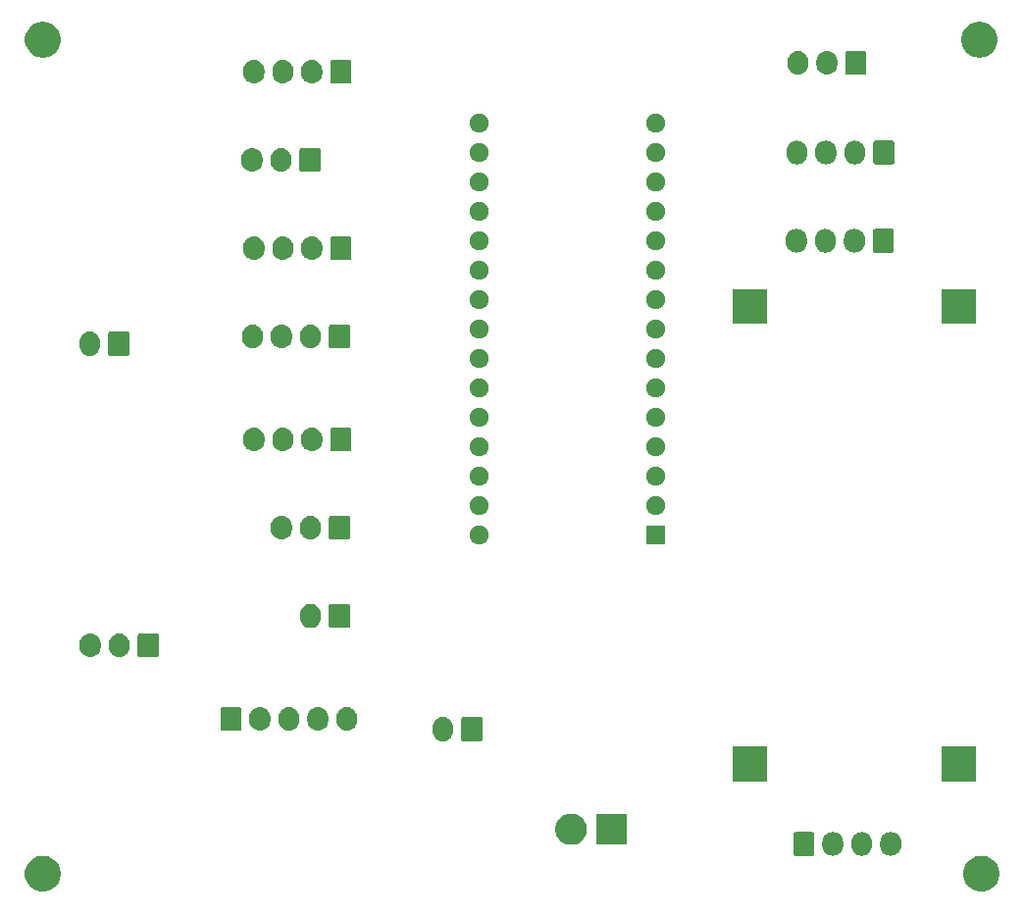
<source format=gbr>
G04 #@! TF.GenerationSoftware,KiCad,Pcbnew,5.1.5*
G04 #@! TF.CreationDate,2020-03-10T21:21:54+01:00*
G04 #@! TF.ProjectId,robotA_2020,726f626f-7441-45f3-9230-32302e6b6963,rev?*
G04 #@! TF.SameCoordinates,Original*
G04 #@! TF.FileFunction,Soldermask,Bot*
G04 #@! TF.FilePolarity,Negative*
%FSLAX46Y46*%
G04 Gerber Fmt 4.6, Leading zero omitted, Abs format (unit mm)*
G04 Created by KiCad (PCBNEW 5.1.5) date 2020-03-10 21:21:54*
%MOMM*%
%LPD*%
G04 APERTURE LIST*
%ADD10C,0.100000*%
G04 APERTURE END LIST*
D10*
G36*
X204209866Y-139460359D02*
G01*
X204452410Y-139508604D01*
X204734674Y-139625521D01*
X204988705Y-139795259D01*
X205204741Y-140011295D01*
X205374479Y-140265326D01*
X205491396Y-140547590D01*
X205551000Y-140847240D01*
X205551000Y-141152760D01*
X205491396Y-141452410D01*
X205374479Y-141734674D01*
X205204741Y-141988705D01*
X204988705Y-142204741D01*
X204734674Y-142374479D01*
X204452410Y-142491396D01*
X204302585Y-142521198D01*
X204152761Y-142551000D01*
X203847239Y-142551000D01*
X203697415Y-142521198D01*
X203547590Y-142491396D01*
X203265326Y-142374479D01*
X203011295Y-142204741D01*
X202795259Y-141988705D01*
X202625521Y-141734674D01*
X202508604Y-141452410D01*
X202449000Y-141152760D01*
X202449000Y-140847240D01*
X202508604Y-140547590D01*
X202625521Y-140265326D01*
X202795259Y-140011295D01*
X203011295Y-139795259D01*
X203265326Y-139625521D01*
X203547590Y-139508604D01*
X203790134Y-139460359D01*
X203847239Y-139449000D01*
X204152761Y-139449000D01*
X204209866Y-139460359D01*
G37*
G36*
X123209866Y-139460359D02*
G01*
X123452410Y-139508604D01*
X123734674Y-139625521D01*
X123988705Y-139795259D01*
X124204741Y-140011295D01*
X124374479Y-140265326D01*
X124491396Y-140547590D01*
X124551000Y-140847240D01*
X124551000Y-141152760D01*
X124491396Y-141452410D01*
X124374479Y-141734674D01*
X124204741Y-141988705D01*
X123988705Y-142204741D01*
X123734674Y-142374479D01*
X123452410Y-142491396D01*
X123302585Y-142521198D01*
X123152761Y-142551000D01*
X122847239Y-142551000D01*
X122697415Y-142521198D01*
X122547590Y-142491396D01*
X122265326Y-142374479D01*
X122011295Y-142204741D01*
X121795259Y-141988705D01*
X121625521Y-141734674D01*
X121508604Y-141452410D01*
X121449000Y-141152760D01*
X121449000Y-140847240D01*
X121508604Y-140547590D01*
X121625521Y-140265326D01*
X121795259Y-140011295D01*
X122011295Y-139795259D01*
X122265326Y-139625521D01*
X122547590Y-139508604D01*
X122790134Y-139460359D01*
X122847239Y-139449000D01*
X123152761Y-139449000D01*
X123209866Y-139460359D01*
G37*
G36*
X193851626Y-137417037D02*
G01*
X194021465Y-137468557D01*
X194021467Y-137468558D01*
X194177989Y-137552221D01*
X194315186Y-137664814D01*
X194398448Y-137766271D01*
X194427778Y-137802009D01*
X194511443Y-137958534D01*
X194562963Y-138128373D01*
X194576000Y-138260742D01*
X194576000Y-138599257D01*
X194562963Y-138731626D01*
X194511443Y-138901466D01*
X194427778Y-139057991D01*
X194398448Y-139093729D01*
X194315186Y-139195186D01*
X194220250Y-139273097D01*
X194177991Y-139307778D01*
X194021466Y-139391443D01*
X193851627Y-139442963D01*
X193675000Y-139460359D01*
X193498374Y-139442963D01*
X193328535Y-139391443D01*
X193172010Y-139307778D01*
X193034815Y-139195185D01*
X192922222Y-139057991D01*
X192838557Y-138901466D01*
X192787037Y-138731627D01*
X192774000Y-138599258D01*
X192774000Y-138260743D01*
X192787037Y-138128374D01*
X192838557Y-137958535D01*
X192922222Y-137802010D01*
X192922223Y-137802009D01*
X193034814Y-137664814D01*
X193136271Y-137581552D01*
X193172009Y-137552222D01*
X193328534Y-137468557D01*
X193498373Y-137417037D01*
X193675000Y-137399641D01*
X193851626Y-137417037D01*
G37*
G36*
X191351626Y-137417037D02*
G01*
X191521465Y-137468557D01*
X191521467Y-137468558D01*
X191677989Y-137552221D01*
X191815186Y-137664814D01*
X191898448Y-137766271D01*
X191927778Y-137802009D01*
X192011443Y-137958534D01*
X192062963Y-138128373D01*
X192076000Y-138260742D01*
X192076000Y-138599257D01*
X192062963Y-138731626D01*
X192011443Y-138901466D01*
X191927778Y-139057991D01*
X191898448Y-139093729D01*
X191815186Y-139195186D01*
X191720250Y-139273097D01*
X191677991Y-139307778D01*
X191521466Y-139391443D01*
X191351627Y-139442963D01*
X191175000Y-139460359D01*
X190998374Y-139442963D01*
X190828535Y-139391443D01*
X190672010Y-139307778D01*
X190534815Y-139195185D01*
X190422222Y-139057991D01*
X190338557Y-138901466D01*
X190287037Y-138731627D01*
X190274000Y-138599258D01*
X190274000Y-138260743D01*
X190287037Y-138128374D01*
X190338557Y-137958535D01*
X190422222Y-137802010D01*
X190422223Y-137802009D01*
X190534814Y-137664814D01*
X190636271Y-137581552D01*
X190672009Y-137552222D01*
X190828534Y-137468557D01*
X190998373Y-137417037D01*
X191175000Y-137399641D01*
X191351626Y-137417037D01*
G37*
G36*
X196351626Y-137417037D02*
G01*
X196521465Y-137468557D01*
X196521467Y-137468558D01*
X196677989Y-137552221D01*
X196815186Y-137664814D01*
X196898448Y-137766271D01*
X196927778Y-137802009D01*
X197011443Y-137958534D01*
X197062963Y-138128373D01*
X197076000Y-138260742D01*
X197076000Y-138599257D01*
X197062963Y-138731626D01*
X197011443Y-138901466D01*
X196927778Y-139057991D01*
X196898448Y-139093729D01*
X196815186Y-139195186D01*
X196720250Y-139273097D01*
X196677991Y-139307778D01*
X196521466Y-139391443D01*
X196351627Y-139442963D01*
X196175000Y-139460359D01*
X195998374Y-139442963D01*
X195828535Y-139391443D01*
X195672010Y-139307778D01*
X195534815Y-139195185D01*
X195422222Y-139057991D01*
X195338557Y-138901466D01*
X195287037Y-138731627D01*
X195274000Y-138599258D01*
X195274000Y-138260743D01*
X195287037Y-138128374D01*
X195338557Y-137958535D01*
X195422222Y-137802010D01*
X195422223Y-137802009D01*
X195534814Y-137664814D01*
X195636271Y-137581552D01*
X195672009Y-137552222D01*
X195828534Y-137468557D01*
X195998373Y-137417037D01*
X196175000Y-137399641D01*
X196351626Y-137417037D01*
G37*
G36*
X189433600Y-137407989D02*
G01*
X189466652Y-137418015D01*
X189497103Y-137434292D01*
X189523799Y-137456201D01*
X189545708Y-137482897D01*
X189561985Y-137513348D01*
X189572011Y-137546400D01*
X189576000Y-137586903D01*
X189576000Y-139273097D01*
X189572011Y-139313600D01*
X189561985Y-139346652D01*
X189545708Y-139377103D01*
X189523799Y-139403799D01*
X189497103Y-139425708D01*
X189466652Y-139441985D01*
X189433600Y-139452011D01*
X189393097Y-139456000D01*
X187956903Y-139456000D01*
X187916400Y-139452011D01*
X187883348Y-139441985D01*
X187852897Y-139425708D01*
X187826201Y-139403799D01*
X187804292Y-139377103D01*
X187788015Y-139346652D01*
X187777989Y-139313600D01*
X187774000Y-139273097D01*
X187774000Y-137586903D01*
X187777989Y-137546400D01*
X187788015Y-137513348D01*
X187804292Y-137482897D01*
X187826201Y-137456201D01*
X187852897Y-137434292D01*
X187883348Y-137418015D01*
X187916400Y-137407989D01*
X187956903Y-137404000D01*
X189393097Y-137404000D01*
X189433600Y-137407989D01*
G37*
G36*
X173436000Y-138511000D02*
G01*
X170734000Y-138511000D01*
X170734000Y-135809000D01*
X173436000Y-135809000D01*
X173436000Y-138511000D01*
G37*
G36*
X168979072Y-135860918D02*
G01*
X169224939Y-135962759D01*
X169336328Y-136037187D01*
X169446211Y-136110609D01*
X169634391Y-136298789D01*
X169782242Y-136520063D01*
X169884082Y-136765928D01*
X169936000Y-137026937D01*
X169936000Y-137293063D01*
X169884082Y-137554072D01*
X169836478Y-137669000D01*
X169782241Y-137799939D01*
X169707813Y-137911328D01*
X169634391Y-138021211D01*
X169446211Y-138209391D01*
X169336328Y-138282813D01*
X169224939Y-138357241D01*
X169224938Y-138357242D01*
X169224937Y-138357242D01*
X168979072Y-138459082D01*
X168718063Y-138511000D01*
X168451937Y-138511000D01*
X168190928Y-138459082D01*
X167945063Y-138357242D01*
X167945062Y-138357242D01*
X167945061Y-138357241D01*
X167833672Y-138282813D01*
X167723789Y-138209391D01*
X167535609Y-138021211D01*
X167462187Y-137911328D01*
X167387759Y-137799939D01*
X167333523Y-137669000D01*
X167285918Y-137554072D01*
X167234000Y-137293063D01*
X167234000Y-137026937D01*
X167285918Y-136765928D01*
X167387758Y-136520063D01*
X167535609Y-136298789D01*
X167723789Y-136110609D01*
X167833672Y-136037187D01*
X167945061Y-135962759D01*
X168190928Y-135860918D01*
X168451937Y-135809000D01*
X168718063Y-135809000D01*
X168979072Y-135860918D01*
G37*
G36*
X185541000Y-133011000D02*
G01*
X182539000Y-133011000D01*
X182539000Y-130009000D01*
X185541000Y-130009000D01*
X185541000Y-133011000D01*
G37*
G36*
X203541000Y-133011000D02*
G01*
X200539000Y-133011000D01*
X200539000Y-130009000D01*
X203541000Y-130009000D01*
X203541000Y-133011000D01*
G37*
G36*
X157696627Y-127486037D02*
G01*
X157866466Y-127537557D01*
X158022991Y-127621222D01*
X158058729Y-127650552D01*
X158160186Y-127733814D01*
X158243448Y-127835271D01*
X158272778Y-127871009D01*
X158356443Y-128027534D01*
X158407963Y-128197374D01*
X158421000Y-128329743D01*
X158421000Y-128718258D01*
X158407963Y-128850627D01*
X158356443Y-129020466D01*
X158272778Y-129176991D01*
X158243448Y-129212729D01*
X158160186Y-129314186D01*
X158022989Y-129426779D01*
X157866467Y-129510442D01*
X157866465Y-129510443D01*
X157696626Y-129561963D01*
X157520000Y-129579359D01*
X157343373Y-129561963D01*
X157173534Y-129510443D01*
X157017009Y-129426778D01*
X156974750Y-129392097D01*
X156879814Y-129314186D01*
X156767221Y-129176989D01*
X156683558Y-129020467D01*
X156683557Y-129020465D01*
X156632037Y-128850626D01*
X156619000Y-128718257D01*
X156619000Y-128329742D01*
X156632037Y-128197373D01*
X156683557Y-128027534D01*
X156767222Y-127871009D01*
X156879815Y-127733815D01*
X157017010Y-127621222D01*
X157173535Y-127537557D01*
X157343374Y-127486037D01*
X157520000Y-127468641D01*
X157696627Y-127486037D01*
G37*
G36*
X160778600Y-127476989D02*
G01*
X160811652Y-127487015D01*
X160842103Y-127503292D01*
X160868799Y-127525201D01*
X160890708Y-127551897D01*
X160906985Y-127582348D01*
X160917011Y-127615400D01*
X160921000Y-127655903D01*
X160921000Y-129392097D01*
X160917011Y-129432600D01*
X160906985Y-129465652D01*
X160890708Y-129496103D01*
X160868799Y-129522799D01*
X160842103Y-129544708D01*
X160811652Y-129560985D01*
X160778600Y-129571011D01*
X160738097Y-129575000D01*
X159301903Y-129575000D01*
X159261400Y-129571011D01*
X159228348Y-129560985D01*
X159197897Y-129544708D01*
X159171201Y-129522799D01*
X159149292Y-129496103D01*
X159133015Y-129465652D01*
X159122989Y-129432600D01*
X159119000Y-129392097D01*
X159119000Y-127655903D01*
X159122989Y-127615400D01*
X159133015Y-127582348D01*
X159149292Y-127551897D01*
X159171201Y-127525201D01*
X159197897Y-127503292D01*
X159228348Y-127487015D01*
X159261400Y-127476989D01*
X159301903Y-127473000D01*
X160738097Y-127473000D01*
X160778600Y-127476989D01*
G37*
G36*
X149401626Y-126622037D02*
G01*
X149571465Y-126673557D01*
X149571467Y-126673558D01*
X149727989Y-126757221D01*
X149865186Y-126869814D01*
X149948448Y-126971271D01*
X149977778Y-127007009D01*
X150061443Y-127163534D01*
X150112963Y-127333373D01*
X150126000Y-127465742D01*
X150126000Y-127804257D01*
X150112963Y-127936626D01*
X150061443Y-128106466D01*
X149977778Y-128262991D01*
X149948448Y-128298729D01*
X149865186Y-128400186D01*
X149770250Y-128478097D01*
X149727991Y-128512778D01*
X149571466Y-128596443D01*
X149401627Y-128647963D01*
X149225000Y-128665359D01*
X149048374Y-128647963D01*
X148878535Y-128596443D01*
X148722010Y-128512778D01*
X148584815Y-128400185D01*
X148472222Y-128262991D01*
X148388557Y-128106466D01*
X148337037Y-127936627D01*
X148324000Y-127804258D01*
X148324000Y-127465743D01*
X148337037Y-127333374D01*
X148388557Y-127163535D01*
X148472222Y-127007010D01*
X148472223Y-127007009D01*
X148584814Y-126869814D01*
X148686271Y-126786552D01*
X148722009Y-126757222D01*
X148878534Y-126673557D01*
X149048373Y-126622037D01*
X149225000Y-126604641D01*
X149401626Y-126622037D01*
G37*
G36*
X141901626Y-126622037D02*
G01*
X142071465Y-126673557D01*
X142071467Y-126673558D01*
X142227989Y-126757221D01*
X142365186Y-126869814D01*
X142448448Y-126971271D01*
X142477778Y-127007009D01*
X142561443Y-127163534D01*
X142612963Y-127333373D01*
X142626000Y-127465742D01*
X142626000Y-127804257D01*
X142612963Y-127936626D01*
X142561443Y-128106466D01*
X142477778Y-128262991D01*
X142448448Y-128298729D01*
X142365186Y-128400186D01*
X142270250Y-128478097D01*
X142227991Y-128512778D01*
X142071466Y-128596443D01*
X141901627Y-128647963D01*
X141725000Y-128665359D01*
X141548374Y-128647963D01*
X141378535Y-128596443D01*
X141222010Y-128512778D01*
X141084815Y-128400185D01*
X140972222Y-128262991D01*
X140888557Y-128106466D01*
X140837037Y-127936627D01*
X140824000Y-127804258D01*
X140824000Y-127465743D01*
X140837037Y-127333374D01*
X140888557Y-127163535D01*
X140972222Y-127007010D01*
X140972223Y-127007009D01*
X141084814Y-126869814D01*
X141186271Y-126786552D01*
X141222009Y-126757222D01*
X141378534Y-126673557D01*
X141548373Y-126622037D01*
X141725000Y-126604641D01*
X141901626Y-126622037D01*
G37*
G36*
X144401626Y-126622037D02*
G01*
X144571465Y-126673557D01*
X144571467Y-126673558D01*
X144727989Y-126757221D01*
X144865186Y-126869814D01*
X144948448Y-126971271D01*
X144977778Y-127007009D01*
X145061443Y-127163534D01*
X145112963Y-127333373D01*
X145126000Y-127465742D01*
X145126000Y-127804257D01*
X145112963Y-127936626D01*
X145061443Y-128106466D01*
X144977778Y-128262991D01*
X144948448Y-128298729D01*
X144865186Y-128400186D01*
X144770250Y-128478097D01*
X144727991Y-128512778D01*
X144571466Y-128596443D01*
X144401627Y-128647963D01*
X144225000Y-128665359D01*
X144048374Y-128647963D01*
X143878535Y-128596443D01*
X143722010Y-128512778D01*
X143584815Y-128400185D01*
X143472222Y-128262991D01*
X143388557Y-128106466D01*
X143337037Y-127936627D01*
X143324000Y-127804258D01*
X143324000Y-127465743D01*
X143337037Y-127333374D01*
X143388557Y-127163535D01*
X143472222Y-127007010D01*
X143472223Y-127007009D01*
X143584814Y-126869814D01*
X143686271Y-126786552D01*
X143722009Y-126757222D01*
X143878534Y-126673557D01*
X144048373Y-126622037D01*
X144225000Y-126604641D01*
X144401626Y-126622037D01*
G37*
G36*
X146901626Y-126622037D02*
G01*
X147071465Y-126673557D01*
X147071467Y-126673558D01*
X147227989Y-126757221D01*
X147365186Y-126869814D01*
X147448448Y-126971271D01*
X147477778Y-127007009D01*
X147561443Y-127163534D01*
X147612963Y-127333373D01*
X147626000Y-127465742D01*
X147626000Y-127804257D01*
X147612963Y-127936626D01*
X147561443Y-128106466D01*
X147477778Y-128262991D01*
X147448448Y-128298729D01*
X147365186Y-128400186D01*
X147270250Y-128478097D01*
X147227991Y-128512778D01*
X147071466Y-128596443D01*
X146901627Y-128647963D01*
X146725000Y-128665359D01*
X146548374Y-128647963D01*
X146378535Y-128596443D01*
X146222010Y-128512778D01*
X146084815Y-128400185D01*
X145972222Y-128262991D01*
X145888557Y-128106466D01*
X145837037Y-127936627D01*
X145824000Y-127804258D01*
X145824000Y-127465743D01*
X145837037Y-127333374D01*
X145888557Y-127163535D01*
X145972222Y-127007010D01*
X145972223Y-127007009D01*
X146084814Y-126869814D01*
X146186271Y-126786552D01*
X146222009Y-126757222D01*
X146378534Y-126673557D01*
X146548373Y-126622037D01*
X146725000Y-126604641D01*
X146901626Y-126622037D01*
G37*
G36*
X139983600Y-126612989D02*
G01*
X140016652Y-126623015D01*
X140047103Y-126639292D01*
X140073799Y-126661201D01*
X140095708Y-126687897D01*
X140111985Y-126718348D01*
X140122011Y-126751400D01*
X140126000Y-126791903D01*
X140126000Y-128478097D01*
X140122011Y-128518600D01*
X140111985Y-128551652D01*
X140095708Y-128582103D01*
X140073799Y-128608799D01*
X140047103Y-128630708D01*
X140016652Y-128646985D01*
X139983600Y-128657011D01*
X139943097Y-128661000D01*
X138506903Y-128661000D01*
X138466400Y-128657011D01*
X138433348Y-128646985D01*
X138402897Y-128630708D01*
X138376201Y-128608799D01*
X138354292Y-128582103D01*
X138338015Y-128551652D01*
X138327989Y-128518600D01*
X138324000Y-128478097D01*
X138324000Y-126791903D01*
X138327989Y-126751400D01*
X138338015Y-126718348D01*
X138354292Y-126687897D01*
X138376201Y-126661201D01*
X138402897Y-126639292D01*
X138433348Y-126623015D01*
X138466400Y-126612989D01*
X138506903Y-126609000D01*
X139943097Y-126609000D01*
X139983600Y-126612989D01*
G37*
G36*
X129756627Y-120272037D02*
G01*
X129926466Y-120323557D01*
X130082991Y-120407222D01*
X130118729Y-120436552D01*
X130220186Y-120519814D01*
X130303448Y-120621271D01*
X130332778Y-120657009D01*
X130416443Y-120813534D01*
X130467963Y-120983374D01*
X130481000Y-121115743D01*
X130481000Y-121454258D01*
X130467963Y-121586627D01*
X130416443Y-121756466D01*
X130332778Y-121912991D01*
X130303448Y-121948729D01*
X130220186Y-122050186D01*
X130082989Y-122162779D01*
X129926467Y-122246442D01*
X129926465Y-122246443D01*
X129756626Y-122297963D01*
X129580000Y-122315359D01*
X129403373Y-122297963D01*
X129233534Y-122246443D01*
X129077009Y-122162778D01*
X129034750Y-122128097D01*
X128939814Y-122050186D01*
X128827221Y-121912989D01*
X128743558Y-121756467D01*
X128743557Y-121756465D01*
X128692037Y-121586626D01*
X128679000Y-121454257D01*
X128679000Y-121115742D01*
X128692037Y-120983373D01*
X128743557Y-120813534D01*
X128827222Y-120657009D01*
X128939815Y-120519815D01*
X129077010Y-120407222D01*
X129233535Y-120323557D01*
X129403374Y-120272037D01*
X129580000Y-120254641D01*
X129756627Y-120272037D01*
G37*
G36*
X127256627Y-120272037D02*
G01*
X127426466Y-120323557D01*
X127582991Y-120407222D01*
X127618729Y-120436552D01*
X127720186Y-120519814D01*
X127803448Y-120621271D01*
X127832778Y-120657009D01*
X127916443Y-120813534D01*
X127967963Y-120983374D01*
X127981000Y-121115743D01*
X127981000Y-121454258D01*
X127967963Y-121586627D01*
X127916443Y-121756466D01*
X127832778Y-121912991D01*
X127803448Y-121948729D01*
X127720186Y-122050186D01*
X127582989Y-122162779D01*
X127426467Y-122246442D01*
X127426465Y-122246443D01*
X127256626Y-122297963D01*
X127080000Y-122315359D01*
X126903373Y-122297963D01*
X126733534Y-122246443D01*
X126577009Y-122162778D01*
X126534750Y-122128097D01*
X126439814Y-122050186D01*
X126327221Y-121912989D01*
X126243558Y-121756467D01*
X126243557Y-121756465D01*
X126192037Y-121586626D01*
X126179000Y-121454257D01*
X126179000Y-121115742D01*
X126192037Y-120983373D01*
X126243557Y-120813534D01*
X126327222Y-120657009D01*
X126439815Y-120519815D01*
X126577010Y-120407222D01*
X126733535Y-120323557D01*
X126903374Y-120272037D01*
X127080000Y-120254641D01*
X127256627Y-120272037D01*
G37*
G36*
X132838600Y-120262989D02*
G01*
X132871652Y-120273015D01*
X132902103Y-120289292D01*
X132928799Y-120311201D01*
X132950708Y-120337897D01*
X132966985Y-120368348D01*
X132977011Y-120401400D01*
X132981000Y-120441903D01*
X132981000Y-122128097D01*
X132977011Y-122168600D01*
X132966985Y-122201652D01*
X132950708Y-122232103D01*
X132928799Y-122258799D01*
X132902103Y-122280708D01*
X132871652Y-122296985D01*
X132838600Y-122307011D01*
X132798097Y-122311000D01*
X131361903Y-122311000D01*
X131321400Y-122307011D01*
X131288348Y-122296985D01*
X131257897Y-122280708D01*
X131231201Y-122258799D01*
X131209292Y-122232103D01*
X131193015Y-122201652D01*
X131182989Y-122168600D01*
X131179000Y-122128097D01*
X131179000Y-120441903D01*
X131182989Y-120401400D01*
X131193015Y-120368348D01*
X131209292Y-120337897D01*
X131231201Y-120311201D01*
X131257897Y-120289292D01*
X131288348Y-120273015D01*
X131321400Y-120262989D01*
X131361903Y-120259000D01*
X132798097Y-120259000D01*
X132838600Y-120262989D01*
G37*
G36*
X146266627Y-117707037D02*
G01*
X146436466Y-117758557D01*
X146592991Y-117842222D01*
X146628729Y-117871552D01*
X146730186Y-117954814D01*
X146813448Y-118056271D01*
X146842778Y-118092009D01*
X146926443Y-118248534D01*
X146977963Y-118418374D01*
X146991000Y-118550743D01*
X146991000Y-118939258D01*
X146977963Y-119071627D01*
X146926443Y-119241466D01*
X146842778Y-119397991D01*
X146813448Y-119433729D01*
X146730186Y-119535186D01*
X146592989Y-119647779D01*
X146436467Y-119731442D01*
X146436465Y-119731443D01*
X146266626Y-119782963D01*
X146090000Y-119800359D01*
X145913373Y-119782963D01*
X145743534Y-119731443D01*
X145587009Y-119647778D01*
X145544750Y-119613097D01*
X145449814Y-119535186D01*
X145337221Y-119397989D01*
X145253558Y-119241467D01*
X145253557Y-119241465D01*
X145202037Y-119071626D01*
X145189000Y-118939257D01*
X145189000Y-118550742D01*
X145202037Y-118418373D01*
X145253557Y-118248534D01*
X145337222Y-118092009D01*
X145449815Y-117954815D01*
X145587010Y-117842222D01*
X145743535Y-117758557D01*
X145913374Y-117707037D01*
X146090000Y-117689641D01*
X146266627Y-117707037D01*
G37*
G36*
X149348600Y-117697989D02*
G01*
X149381652Y-117708015D01*
X149412103Y-117724292D01*
X149438799Y-117746201D01*
X149460708Y-117772897D01*
X149476985Y-117803348D01*
X149487011Y-117836400D01*
X149491000Y-117876903D01*
X149491000Y-119613097D01*
X149487011Y-119653600D01*
X149476985Y-119686652D01*
X149460708Y-119717103D01*
X149438799Y-119743799D01*
X149412103Y-119765708D01*
X149381652Y-119781985D01*
X149348600Y-119792011D01*
X149308097Y-119796000D01*
X147871903Y-119796000D01*
X147831400Y-119792011D01*
X147798348Y-119781985D01*
X147767897Y-119765708D01*
X147741201Y-119743799D01*
X147719292Y-119717103D01*
X147703015Y-119686652D01*
X147692989Y-119653600D01*
X147689000Y-119613097D01*
X147689000Y-117876903D01*
X147692989Y-117836400D01*
X147703015Y-117803348D01*
X147719292Y-117772897D01*
X147741201Y-117746201D01*
X147767897Y-117724292D01*
X147798348Y-117708015D01*
X147831400Y-117697989D01*
X147871903Y-117694000D01*
X149308097Y-117694000D01*
X149348600Y-117697989D01*
G37*
G36*
X160892142Y-110978242D02*
G01*
X161040101Y-111039529D01*
X161173255Y-111128499D01*
X161286501Y-111241745D01*
X161375471Y-111374899D01*
X161436758Y-111522858D01*
X161468000Y-111679925D01*
X161468000Y-111840075D01*
X161436758Y-111997142D01*
X161375471Y-112145101D01*
X161286501Y-112278255D01*
X161173255Y-112391501D01*
X161040101Y-112480471D01*
X160892142Y-112541758D01*
X160735075Y-112573000D01*
X160574925Y-112573000D01*
X160417858Y-112541758D01*
X160269899Y-112480471D01*
X160136745Y-112391501D01*
X160023499Y-112278255D01*
X159934529Y-112145101D01*
X159873242Y-111997142D01*
X159842000Y-111840075D01*
X159842000Y-111679925D01*
X159873242Y-111522858D01*
X159934529Y-111374899D01*
X160023499Y-111241745D01*
X160136745Y-111128499D01*
X160269899Y-111039529D01*
X160417858Y-110978242D01*
X160574925Y-110947000D01*
X160735075Y-110947000D01*
X160892142Y-110978242D01*
G37*
G36*
X176708000Y-112573000D02*
G01*
X175082000Y-112573000D01*
X175082000Y-110947000D01*
X176708000Y-110947000D01*
X176708000Y-112573000D01*
G37*
G36*
X143766627Y-110112037D02*
G01*
X143936466Y-110163557D01*
X144092991Y-110247222D01*
X144128729Y-110276552D01*
X144230186Y-110359814D01*
X144313448Y-110461271D01*
X144342778Y-110497009D01*
X144426443Y-110653534D01*
X144477963Y-110823374D01*
X144491000Y-110955743D01*
X144491000Y-111294258D01*
X144477963Y-111426627D01*
X144426443Y-111596466D01*
X144342778Y-111752991D01*
X144313448Y-111788729D01*
X144230186Y-111890186D01*
X144092989Y-112002779D01*
X143936467Y-112086442D01*
X143936465Y-112086443D01*
X143766626Y-112137963D01*
X143590000Y-112155359D01*
X143413373Y-112137963D01*
X143243534Y-112086443D01*
X143087009Y-112002778D01*
X143044750Y-111968097D01*
X142949814Y-111890186D01*
X142837221Y-111752989D01*
X142753558Y-111596467D01*
X142731229Y-111522858D01*
X142702037Y-111426626D01*
X142689000Y-111294257D01*
X142689000Y-110955742D01*
X142702037Y-110823373D01*
X142753557Y-110653534D01*
X142837222Y-110497009D01*
X142949815Y-110359815D01*
X143087010Y-110247222D01*
X143243535Y-110163557D01*
X143413374Y-110112037D01*
X143590000Y-110094641D01*
X143766627Y-110112037D01*
G37*
G36*
X146266627Y-110112037D02*
G01*
X146436466Y-110163557D01*
X146592991Y-110247222D01*
X146628729Y-110276552D01*
X146730186Y-110359814D01*
X146813448Y-110461271D01*
X146842778Y-110497009D01*
X146926443Y-110653534D01*
X146977963Y-110823374D01*
X146991000Y-110955743D01*
X146991000Y-111294258D01*
X146977963Y-111426627D01*
X146926443Y-111596466D01*
X146842778Y-111752991D01*
X146813448Y-111788729D01*
X146730186Y-111890186D01*
X146592989Y-112002779D01*
X146436467Y-112086442D01*
X146436465Y-112086443D01*
X146266626Y-112137963D01*
X146090000Y-112155359D01*
X145913373Y-112137963D01*
X145743534Y-112086443D01*
X145587009Y-112002778D01*
X145544750Y-111968097D01*
X145449814Y-111890186D01*
X145337221Y-111752989D01*
X145253558Y-111596467D01*
X145231229Y-111522858D01*
X145202037Y-111426626D01*
X145189000Y-111294257D01*
X145189000Y-110955742D01*
X145202037Y-110823373D01*
X145253557Y-110653534D01*
X145337222Y-110497009D01*
X145449815Y-110359815D01*
X145587010Y-110247222D01*
X145743535Y-110163557D01*
X145913374Y-110112037D01*
X146090000Y-110094641D01*
X146266627Y-110112037D01*
G37*
G36*
X149348600Y-110102989D02*
G01*
X149381652Y-110113015D01*
X149412103Y-110129292D01*
X149438799Y-110151201D01*
X149460708Y-110177897D01*
X149476985Y-110208348D01*
X149487011Y-110241400D01*
X149491000Y-110281903D01*
X149491000Y-111968097D01*
X149487011Y-112008600D01*
X149476985Y-112041652D01*
X149460708Y-112072103D01*
X149438799Y-112098799D01*
X149412103Y-112120708D01*
X149381652Y-112136985D01*
X149348600Y-112147011D01*
X149308097Y-112151000D01*
X147871903Y-112151000D01*
X147831400Y-112147011D01*
X147798348Y-112136985D01*
X147767897Y-112120708D01*
X147741201Y-112098799D01*
X147719292Y-112072103D01*
X147703015Y-112041652D01*
X147692989Y-112008600D01*
X147689000Y-111968097D01*
X147689000Y-110281903D01*
X147692989Y-110241400D01*
X147703015Y-110208348D01*
X147719292Y-110177897D01*
X147741201Y-110151201D01*
X147767897Y-110129292D01*
X147798348Y-110113015D01*
X147831400Y-110102989D01*
X147871903Y-110099000D01*
X149308097Y-110099000D01*
X149348600Y-110102989D01*
G37*
G36*
X176132142Y-108438242D02*
G01*
X176280101Y-108499529D01*
X176413255Y-108588499D01*
X176526501Y-108701745D01*
X176615471Y-108834899D01*
X176676758Y-108982858D01*
X176708000Y-109139925D01*
X176708000Y-109300075D01*
X176676758Y-109457142D01*
X176615471Y-109605101D01*
X176526501Y-109738255D01*
X176413255Y-109851501D01*
X176280101Y-109940471D01*
X176132142Y-110001758D01*
X175975075Y-110033000D01*
X175814925Y-110033000D01*
X175657858Y-110001758D01*
X175509899Y-109940471D01*
X175376745Y-109851501D01*
X175263499Y-109738255D01*
X175174529Y-109605101D01*
X175113242Y-109457142D01*
X175082000Y-109300075D01*
X175082000Y-109139925D01*
X175113242Y-108982858D01*
X175174529Y-108834899D01*
X175263499Y-108701745D01*
X175376745Y-108588499D01*
X175509899Y-108499529D01*
X175657858Y-108438242D01*
X175814925Y-108407000D01*
X175975075Y-108407000D01*
X176132142Y-108438242D01*
G37*
G36*
X160892142Y-108438242D02*
G01*
X161040101Y-108499529D01*
X161173255Y-108588499D01*
X161286501Y-108701745D01*
X161375471Y-108834899D01*
X161436758Y-108982858D01*
X161468000Y-109139925D01*
X161468000Y-109300075D01*
X161436758Y-109457142D01*
X161375471Y-109605101D01*
X161286501Y-109738255D01*
X161173255Y-109851501D01*
X161040101Y-109940471D01*
X160892142Y-110001758D01*
X160735075Y-110033000D01*
X160574925Y-110033000D01*
X160417858Y-110001758D01*
X160269899Y-109940471D01*
X160136745Y-109851501D01*
X160023499Y-109738255D01*
X159934529Y-109605101D01*
X159873242Y-109457142D01*
X159842000Y-109300075D01*
X159842000Y-109139925D01*
X159873242Y-108982858D01*
X159934529Y-108834899D01*
X160023499Y-108701745D01*
X160136745Y-108588499D01*
X160269899Y-108499529D01*
X160417858Y-108438242D01*
X160574925Y-108407000D01*
X160735075Y-108407000D01*
X160892142Y-108438242D01*
G37*
G36*
X160892142Y-105898242D02*
G01*
X161040101Y-105959529D01*
X161173255Y-106048499D01*
X161286501Y-106161745D01*
X161375471Y-106294899D01*
X161436758Y-106442858D01*
X161468000Y-106599925D01*
X161468000Y-106760075D01*
X161436758Y-106917142D01*
X161375471Y-107065101D01*
X161286501Y-107198255D01*
X161173255Y-107311501D01*
X161040101Y-107400471D01*
X160892142Y-107461758D01*
X160735075Y-107493000D01*
X160574925Y-107493000D01*
X160417858Y-107461758D01*
X160269899Y-107400471D01*
X160136745Y-107311501D01*
X160023499Y-107198255D01*
X159934529Y-107065101D01*
X159873242Y-106917142D01*
X159842000Y-106760075D01*
X159842000Y-106599925D01*
X159873242Y-106442858D01*
X159934529Y-106294899D01*
X160023499Y-106161745D01*
X160136745Y-106048499D01*
X160269899Y-105959529D01*
X160417858Y-105898242D01*
X160574925Y-105867000D01*
X160735075Y-105867000D01*
X160892142Y-105898242D01*
G37*
G36*
X176132142Y-105898242D02*
G01*
X176280101Y-105959529D01*
X176413255Y-106048499D01*
X176526501Y-106161745D01*
X176615471Y-106294899D01*
X176676758Y-106442858D01*
X176708000Y-106599925D01*
X176708000Y-106760075D01*
X176676758Y-106917142D01*
X176615471Y-107065101D01*
X176526501Y-107198255D01*
X176413255Y-107311501D01*
X176280101Y-107400471D01*
X176132142Y-107461758D01*
X175975075Y-107493000D01*
X175814925Y-107493000D01*
X175657858Y-107461758D01*
X175509899Y-107400471D01*
X175376745Y-107311501D01*
X175263499Y-107198255D01*
X175174529Y-107065101D01*
X175113242Y-106917142D01*
X175082000Y-106760075D01*
X175082000Y-106599925D01*
X175113242Y-106442858D01*
X175174529Y-106294899D01*
X175263499Y-106161745D01*
X175376745Y-106048499D01*
X175509899Y-105959529D01*
X175657858Y-105898242D01*
X175814925Y-105867000D01*
X175975075Y-105867000D01*
X176132142Y-105898242D01*
G37*
G36*
X160892142Y-103358242D02*
G01*
X161040101Y-103419529D01*
X161173255Y-103508499D01*
X161286501Y-103621745D01*
X161375471Y-103754899D01*
X161436758Y-103902858D01*
X161468000Y-104059925D01*
X161468000Y-104220075D01*
X161436758Y-104377142D01*
X161375471Y-104525101D01*
X161286501Y-104658255D01*
X161173255Y-104771501D01*
X161040101Y-104860471D01*
X160892142Y-104921758D01*
X160735075Y-104953000D01*
X160574925Y-104953000D01*
X160417858Y-104921758D01*
X160269899Y-104860471D01*
X160136745Y-104771501D01*
X160023499Y-104658255D01*
X159934529Y-104525101D01*
X159873242Y-104377142D01*
X159842000Y-104220075D01*
X159842000Y-104059925D01*
X159873242Y-103902858D01*
X159934529Y-103754899D01*
X160023499Y-103621745D01*
X160136745Y-103508499D01*
X160269899Y-103419529D01*
X160417858Y-103358242D01*
X160574925Y-103327000D01*
X160735075Y-103327000D01*
X160892142Y-103358242D01*
G37*
G36*
X176132142Y-103358242D02*
G01*
X176280101Y-103419529D01*
X176413255Y-103508499D01*
X176526501Y-103621745D01*
X176615471Y-103754899D01*
X176676758Y-103902858D01*
X176708000Y-104059925D01*
X176708000Y-104220075D01*
X176676758Y-104377142D01*
X176615471Y-104525101D01*
X176526501Y-104658255D01*
X176413255Y-104771501D01*
X176280101Y-104860471D01*
X176132142Y-104921758D01*
X175975075Y-104953000D01*
X175814925Y-104953000D01*
X175657858Y-104921758D01*
X175509899Y-104860471D01*
X175376745Y-104771501D01*
X175263499Y-104658255D01*
X175174529Y-104525101D01*
X175113242Y-104377142D01*
X175082000Y-104220075D01*
X175082000Y-104059925D01*
X175113242Y-103902858D01*
X175174529Y-103754899D01*
X175263499Y-103621745D01*
X175376745Y-103508499D01*
X175509899Y-103419529D01*
X175657858Y-103358242D01*
X175814925Y-103327000D01*
X175975075Y-103327000D01*
X176132142Y-103358242D01*
G37*
G36*
X146386627Y-102492037D02*
G01*
X146556466Y-102543557D01*
X146712991Y-102627222D01*
X146748729Y-102656552D01*
X146850186Y-102739814D01*
X146933448Y-102841271D01*
X146962778Y-102877009D01*
X147046443Y-103033534D01*
X147097963Y-103203374D01*
X147111000Y-103335743D01*
X147111000Y-103674258D01*
X147097963Y-103806627D01*
X147046443Y-103976466D01*
X146962778Y-104132991D01*
X146933448Y-104168729D01*
X146850186Y-104270186D01*
X146712989Y-104382779D01*
X146556467Y-104466442D01*
X146556465Y-104466443D01*
X146386626Y-104517963D01*
X146210000Y-104535359D01*
X146033373Y-104517963D01*
X145863534Y-104466443D01*
X145707009Y-104382778D01*
X145664750Y-104348097D01*
X145569814Y-104270186D01*
X145457221Y-104132989D01*
X145373558Y-103976467D01*
X145351229Y-103902858D01*
X145322037Y-103806626D01*
X145309000Y-103674257D01*
X145309000Y-103335742D01*
X145322037Y-103203373D01*
X145373557Y-103033534D01*
X145457222Y-102877009D01*
X145569815Y-102739815D01*
X145707010Y-102627222D01*
X145863535Y-102543557D01*
X146033374Y-102492037D01*
X146210000Y-102474641D01*
X146386627Y-102492037D01*
G37*
G36*
X143886627Y-102492037D02*
G01*
X144056466Y-102543557D01*
X144212991Y-102627222D01*
X144248729Y-102656552D01*
X144350186Y-102739814D01*
X144433448Y-102841271D01*
X144462778Y-102877009D01*
X144546443Y-103033534D01*
X144597963Y-103203374D01*
X144611000Y-103335743D01*
X144611000Y-103674258D01*
X144597963Y-103806627D01*
X144546443Y-103976466D01*
X144462778Y-104132991D01*
X144433448Y-104168729D01*
X144350186Y-104270186D01*
X144212989Y-104382779D01*
X144056467Y-104466442D01*
X144056465Y-104466443D01*
X143886626Y-104517963D01*
X143710000Y-104535359D01*
X143533373Y-104517963D01*
X143363534Y-104466443D01*
X143207009Y-104382778D01*
X143164750Y-104348097D01*
X143069814Y-104270186D01*
X142957221Y-104132989D01*
X142873558Y-103976467D01*
X142851229Y-103902858D01*
X142822037Y-103806626D01*
X142809000Y-103674257D01*
X142809000Y-103335742D01*
X142822037Y-103203373D01*
X142873557Y-103033534D01*
X142957222Y-102877009D01*
X143069815Y-102739815D01*
X143207010Y-102627222D01*
X143363535Y-102543557D01*
X143533374Y-102492037D01*
X143710000Y-102474641D01*
X143886627Y-102492037D01*
G37*
G36*
X141386627Y-102492037D02*
G01*
X141556466Y-102543557D01*
X141712991Y-102627222D01*
X141748729Y-102656552D01*
X141850186Y-102739814D01*
X141933448Y-102841271D01*
X141962778Y-102877009D01*
X142046443Y-103033534D01*
X142097963Y-103203374D01*
X142111000Y-103335743D01*
X142111000Y-103674258D01*
X142097963Y-103806627D01*
X142046443Y-103976466D01*
X141962778Y-104132991D01*
X141933448Y-104168729D01*
X141850186Y-104270186D01*
X141712989Y-104382779D01*
X141556467Y-104466442D01*
X141556465Y-104466443D01*
X141386626Y-104517963D01*
X141210000Y-104535359D01*
X141033373Y-104517963D01*
X140863534Y-104466443D01*
X140707009Y-104382778D01*
X140664750Y-104348097D01*
X140569814Y-104270186D01*
X140457221Y-104132989D01*
X140373558Y-103976467D01*
X140351229Y-103902858D01*
X140322037Y-103806626D01*
X140309000Y-103674257D01*
X140309000Y-103335742D01*
X140322037Y-103203373D01*
X140373557Y-103033534D01*
X140457222Y-102877009D01*
X140569815Y-102739815D01*
X140707010Y-102627222D01*
X140863535Y-102543557D01*
X141033374Y-102492037D01*
X141210000Y-102474641D01*
X141386627Y-102492037D01*
G37*
G36*
X149468600Y-102482989D02*
G01*
X149501652Y-102493015D01*
X149532103Y-102509292D01*
X149558799Y-102531201D01*
X149580708Y-102557897D01*
X149596985Y-102588348D01*
X149607011Y-102621400D01*
X149611000Y-102661903D01*
X149611000Y-104348097D01*
X149607011Y-104388600D01*
X149596985Y-104421652D01*
X149580708Y-104452103D01*
X149558799Y-104478799D01*
X149532103Y-104500708D01*
X149501652Y-104516985D01*
X149468600Y-104527011D01*
X149428097Y-104531000D01*
X147991903Y-104531000D01*
X147951400Y-104527011D01*
X147918348Y-104516985D01*
X147887897Y-104500708D01*
X147861201Y-104478799D01*
X147839292Y-104452103D01*
X147823015Y-104421652D01*
X147812989Y-104388600D01*
X147809000Y-104348097D01*
X147809000Y-102661903D01*
X147812989Y-102621400D01*
X147823015Y-102588348D01*
X147839292Y-102557897D01*
X147861201Y-102531201D01*
X147887897Y-102509292D01*
X147918348Y-102493015D01*
X147951400Y-102482989D01*
X147991903Y-102479000D01*
X149428097Y-102479000D01*
X149468600Y-102482989D01*
G37*
G36*
X160892142Y-100818242D02*
G01*
X161040101Y-100879529D01*
X161173255Y-100968499D01*
X161286501Y-101081745D01*
X161375471Y-101214899D01*
X161436758Y-101362858D01*
X161468000Y-101519925D01*
X161468000Y-101680075D01*
X161436758Y-101837142D01*
X161375471Y-101985101D01*
X161286501Y-102118255D01*
X161173255Y-102231501D01*
X161040101Y-102320471D01*
X160892142Y-102381758D01*
X160735075Y-102413000D01*
X160574925Y-102413000D01*
X160417858Y-102381758D01*
X160269899Y-102320471D01*
X160136745Y-102231501D01*
X160023499Y-102118255D01*
X159934529Y-101985101D01*
X159873242Y-101837142D01*
X159842000Y-101680075D01*
X159842000Y-101519925D01*
X159873242Y-101362858D01*
X159934529Y-101214899D01*
X160023499Y-101081745D01*
X160136745Y-100968499D01*
X160269899Y-100879529D01*
X160417858Y-100818242D01*
X160574925Y-100787000D01*
X160735075Y-100787000D01*
X160892142Y-100818242D01*
G37*
G36*
X176132142Y-100818242D02*
G01*
X176280101Y-100879529D01*
X176413255Y-100968499D01*
X176526501Y-101081745D01*
X176615471Y-101214899D01*
X176676758Y-101362858D01*
X176708000Y-101519925D01*
X176708000Y-101680075D01*
X176676758Y-101837142D01*
X176615471Y-101985101D01*
X176526501Y-102118255D01*
X176413255Y-102231501D01*
X176280101Y-102320471D01*
X176132142Y-102381758D01*
X175975075Y-102413000D01*
X175814925Y-102413000D01*
X175657858Y-102381758D01*
X175509899Y-102320471D01*
X175376745Y-102231501D01*
X175263499Y-102118255D01*
X175174529Y-101985101D01*
X175113242Y-101837142D01*
X175082000Y-101680075D01*
X175082000Y-101519925D01*
X175113242Y-101362858D01*
X175174529Y-101214899D01*
X175263499Y-101081745D01*
X175376745Y-100968499D01*
X175509899Y-100879529D01*
X175657858Y-100818242D01*
X175814925Y-100787000D01*
X175975075Y-100787000D01*
X176132142Y-100818242D01*
G37*
G36*
X160892142Y-98278242D02*
G01*
X161040101Y-98339529D01*
X161173255Y-98428499D01*
X161286501Y-98541745D01*
X161375471Y-98674899D01*
X161436758Y-98822858D01*
X161468000Y-98979925D01*
X161468000Y-99140075D01*
X161436758Y-99297142D01*
X161375471Y-99445101D01*
X161286501Y-99578255D01*
X161173255Y-99691501D01*
X161040101Y-99780471D01*
X160892142Y-99841758D01*
X160735075Y-99873000D01*
X160574925Y-99873000D01*
X160417858Y-99841758D01*
X160269899Y-99780471D01*
X160136745Y-99691501D01*
X160023499Y-99578255D01*
X159934529Y-99445101D01*
X159873242Y-99297142D01*
X159842000Y-99140075D01*
X159842000Y-98979925D01*
X159873242Y-98822858D01*
X159934529Y-98674899D01*
X160023499Y-98541745D01*
X160136745Y-98428499D01*
X160269899Y-98339529D01*
X160417858Y-98278242D01*
X160574925Y-98247000D01*
X160735075Y-98247000D01*
X160892142Y-98278242D01*
G37*
G36*
X176132142Y-98278242D02*
G01*
X176280101Y-98339529D01*
X176413255Y-98428499D01*
X176526501Y-98541745D01*
X176615471Y-98674899D01*
X176676758Y-98822858D01*
X176708000Y-98979925D01*
X176708000Y-99140075D01*
X176676758Y-99297142D01*
X176615471Y-99445101D01*
X176526501Y-99578255D01*
X176413255Y-99691501D01*
X176280101Y-99780471D01*
X176132142Y-99841758D01*
X175975075Y-99873000D01*
X175814925Y-99873000D01*
X175657858Y-99841758D01*
X175509899Y-99780471D01*
X175376745Y-99691501D01*
X175263499Y-99578255D01*
X175174529Y-99445101D01*
X175113242Y-99297142D01*
X175082000Y-99140075D01*
X175082000Y-98979925D01*
X175113242Y-98822858D01*
X175174529Y-98674899D01*
X175263499Y-98541745D01*
X175376745Y-98428499D01*
X175509899Y-98339529D01*
X175657858Y-98278242D01*
X175814925Y-98247000D01*
X175975075Y-98247000D01*
X176132142Y-98278242D01*
G37*
G36*
X160892142Y-95738242D02*
G01*
X161040101Y-95799529D01*
X161173255Y-95888499D01*
X161286501Y-96001745D01*
X161375471Y-96134899D01*
X161436758Y-96282858D01*
X161468000Y-96439925D01*
X161468000Y-96600075D01*
X161436758Y-96757142D01*
X161375471Y-96905101D01*
X161286501Y-97038255D01*
X161173255Y-97151501D01*
X161040101Y-97240471D01*
X160892142Y-97301758D01*
X160735075Y-97333000D01*
X160574925Y-97333000D01*
X160417858Y-97301758D01*
X160269899Y-97240471D01*
X160136745Y-97151501D01*
X160023499Y-97038255D01*
X159934529Y-96905101D01*
X159873242Y-96757142D01*
X159842000Y-96600075D01*
X159842000Y-96439925D01*
X159873242Y-96282858D01*
X159934529Y-96134899D01*
X160023499Y-96001745D01*
X160136745Y-95888499D01*
X160269899Y-95799529D01*
X160417858Y-95738242D01*
X160574925Y-95707000D01*
X160735075Y-95707000D01*
X160892142Y-95738242D01*
G37*
G36*
X176132142Y-95738242D02*
G01*
X176280101Y-95799529D01*
X176413255Y-95888499D01*
X176526501Y-96001745D01*
X176615471Y-96134899D01*
X176676758Y-96282858D01*
X176708000Y-96439925D01*
X176708000Y-96600075D01*
X176676758Y-96757142D01*
X176615471Y-96905101D01*
X176526501Y-97038255D01*
X176413255Y-97151501D01*
X176280101Y-97240471D01*
X176132142Y-97301758D01*
X175975075Y-97333000D01*
X175814925Y-97333000D01*
X175657858Y-97301758D01*
X175509899Y-97240471D01*
X175376745Y-97151501D01*
X175263499Y-97038255D01*
X175174529Y-96905101D01*
X175113242Y-96757142D01*
X175082000Y-96600075D01*
X175082000Y-96439925D01*
X175113242Y-96282858D01*
X175174529Y-96134899D01*
X175263499Y-96001745D01*
X175376745Y-95888499D01*
X175509899Y-95799529D01*
X175657858Y-95738242D01*
X175814925Y-95707000D01*
X175975075Y-95707000D01*
X176132142Y-95738242D01*
G37*
G36*
X127216627Y-94212037D02*
G01*
X127386466Y-94263557D01*
X127542991Y-94347222D01*
X127564775Y-94365100D01*
X127680186Y-94459814D01*
X127763448Y-94561271D01*
X127792778Y-94597009D01*
X127876443Y-94753534D01*
X127927963Y-94923374D01*
X127941000Y-95055743D01*
X127941000Y-95444258D01*
X127927963Y-95576627D01*
X127876443Y-95746466D01*
X127792778Y-95902991D01*
X127763448Y-95938729D01*
X127680186Y-96040186D01*
X127542989Y-96152779D01*
X127386467Y-96236442D01*
X127386465Y-96236443D01*
X127216626Y-96287963D01*
X127040000Y-96305359D01*
X126863373Y-96287963D01*
X126693534Y-96236443D01*
X126537009Y-96152778D01*
X126494750Y-96118097D01*
X126399814Y-96040186D01*
X126287221Y-95902989D01*
X126203558Y-95746467D01*
X126201063Y-95738242D01*
X126152037Y-95576626D01*
X126139000Y-95444257D01*
X126139000Y-95055742D01*
X126152037Y-94923373D01*
X126203557Y-94753534D01*
X126287222Y-94597009D01*
X126399815Y-94459815D01*
X126537010Y-94347222D01*
X126693535Y-94263557D01*
X126863374Y-94212037D01*
X127040000Y-94194641D01*
X127216627Y-94212037D01*
G37*
G36*
X130298600Y-94202989D02*
G01*
X130331652Y-94213015D01*
X130362103Y-94229292D01*
X130388799Y-94251201D01*
X130410708Y-94277897D01*
X130426985Y-94308348D01*
X130437011Y-94341400D01*
X130441000Y-94381903D01*
X130441000Y-96118097D01*
X130437011Y-96158600D01*
X130426985Y-96191652D01*
X130410708Y-96222103D01*
X130388799Y-96248799D01*
X130362103Y-96270708D01*
X130331652Y-96286985D01*
X130298600Y-96297011D01*
X130258097Y-96301000D01*
X128821903Y-96301000D01*
X128781400Y-96297011D01*
X128748348Y-96286985D01*
X128717897Y-96270708D01*
X128691201Y-96248799D01*
X128669292Y-96222103D01*
X128653015Y-96191652D01*
X128642989Y-96158600D01*
X128639000Y-96118097D01*
X128639000Y-94381903D01*
X128642989Y-94341400D01*
X128653015Y-94308348D01*
X128669292Y-94277897D01*
X128691201Y-94251201D01*
X128717897Y-94229292D01*
X128748348Y-94213015D01*
X128781400Y-94202989D01*
X128821903Y-94199000D01*
X130258097Y-94199000D01*
X130298600Y-94202989D01*
G37*
G36*
X146266627Y-93602037D02*
G01*
X146436466Y-93653557D01*
X146592991Y-93737222D01*
X146628729Y-93766552D01*
X146730186Y-93849814D01*
X146813448Y-93951271D01*
X146842778Y-93987009D01*
X146926443Y-94143534D01*
X146977963Y-94313374D01*
X146991000Y-94445743D01*
X146991000Y-94784258D01*
X146977963Y-94916627D01*
X146926443Y-95086466D01*
X146842778Y-95242991D01*
X146813448Y-95278729D01*
X146730186Y-95380186D01*
X146592989Y-95492779D01*
X146436467Y-95576442D01*
X146436465Y-95576443D01*
X146266626Y-95627963D01*
X146090000Y-95645359D01*
X145913373Y-95627963D01*
X145743534Y-95576443D01*
X145587009Y-95492778D01*
X145527890Y-95444260D01*
X145449814Y-95380186D01*
X145337221Y-95242989D01*
X145253558Y-95086467D01*
X145244238Y-95055743D01*
X145202037Y-94916626D01*
X145189000Y-94784257D01*
X145189000Y-94445742D01*
X145202037Y-94313373D01*
X145253557Y-94143534D01*
X145337222Y-93987009D01*
X145449815Y-93849815D01*
X145587010Y-93737222D01*
X145743535Y-93653557D01*
X145913374Y-93602037D01*
X146090000Y-93584641D01*
X146266627Y-93602037D01*
G37*
G36*
X141266627Y-93602037D02*
G01*
X141436466Y-93653557D01*
X141592991Y-93737222D01*
X141628729Y-93766552D01*
X141730186Y-93849814D01*
X141813448Y-93951271D01*
X141842778Y-93987009D01*
X141926443Y-94143534D01*
X141977963Y-94313374D01*
X141991000Y-94445743D01*
X141991000Y-94784258D01*
X141977963Y-94916627D01*
X141926443Y-95086466D01*
X141842778Y-95242991D01*
X141813448Y-95278729D01*
X141730186Y-95380186D01*
X141592989Y-95492779D01*
X141436467Y-95576442D01*
X141436465Y-95576443D01*
X141266626Y-95627963D01*
X141090000Y-95645359D01*
X140913373Y-95627963D01*
X140743534Y-95576443D01*
X140587009Y-95492778D01*
X140527890Y-95444260D01*
X140449814Y-95380186D01*
X140337221Y-95242989D01*
X140253558Y-95086467D01*
X140244238Y-95055743D01*
X140202037Y-94916626D01*
X140189000Y-94784257D01*
X140189000Y-94445742D01*
X140202037Y-94313373D01*
X140253557Y-94143534D01*
X140337222Y-93987009D01*
X140449815Y-93849815D01*
X140587010Y-93737222D01*
X140743535Y-93653557D01*
X140913374Y-93602037D01*
X141090000Y-93584641D01*
X141266627Y-93602037D01*
G37*
G36*
X143766627Y-93602037D02*
G01*
X143936466Y-93653557D01*
X144092991Y-93737222D01*
X144128729Y-93766552D01*
X144230186Y-93849814D01*
X144313448Y-93951271D01*
X144342778Y-93987009D01*
X144426443Y-94143534D01*
X144477963Y-94313374D01*
X144491000Y-94445743D01*
X144491000Y-94784258D01*
X144477963Y-94916627D01*
X144426443Y-95086466D01*
X144342778Y-95242991D01*
X144313448Y-95278729D01*
X144230186Y-95380186D01*
X144092989Y-95492779D01*
X143936467Y-95576442D01*
X143936465Y-95576443D01*
X143766626Y-95627963D01*
X143590000Y-95645359D01*
X143413373Y-95627963D01*
X143243534Y-95576443D01*
X143087009Y-95492778D01*
X143027890Y-95444260D01*
X142949814Y-95380186D01*
X142837221Y-95242989D01*
X142753558Y-95086467D01*
X142744238Y-95055743D01*
X142702037Y-94916626D01*
X142689000Y-94784257D01*
X142689000Y-94445742D01*
X142702037Y-94313373D01*
X142753557Y-94143534D01*
X142837222Y-93987009D01*
X142949815Y-93849815D01*
X143087010Y-93737222D01*
X143243535Y-93653557D01*
X143413374Y-93602037D01*
X143590000Y-93584641D01*
X143766627Y-93602037D01*
G37*
G36*
X149348600Y-93592989D02*
G01*
X149381652Y-93603015D01*
X149412103Y-93619292D01*
X149438799Y-93641201D01*
X149460708Y-93667897D01*
X149476985Y-93698348D01*
X149487011Y-93731400D01*
X149491000Y-93771903D01*
X149491000Y-95458097D01*
X149487011Y-95498600D01*
X149476985Y-95531652D01*
X149460708Y-95562103D01*
X149438799Y-95588799D01*
X149412103Y-95610708D01*
X149381652Y-95626985D01*
X149348600Y-95637011D01*
X149308097Y-95641000D01*
X147871903Y-95641000D01*
X147831400Y-95637011D01*
X147798348Y-95626985D01*
X147767897Y-95610708D01*
X147741201Y-95588799D01*
X147719292Y-95562103D01*
X147703015Y-95531652D01*
X147692989Y-95498600D01*
X147689000Y-95458097D01*
X147689000Y-93771903D01*
X147692989Y-93731400D01*
X147703015Y-93698348D01*
X147719292Y-93667897D01*
X147741201Y-93641201D01*
X147767897Y-93619292D01*
X147798348Y-93603015D01*
X147831400Y-93592989D01*
X147871903Y-93589000D01*
X149308097Y-93589000D01*
X149348600Y-93592989D01*
G37*
G36*
X160892142Y-93198242D02*
G01*
X161040101Y-93259529D01*
X161173255Y-93348499D01*
X161286501Y-93461745D01*
X161375471Y-93594899D01*
X161436758Y-93742858D01*
X161468000Y-93899925D01*
X161468000Y-94060075D01*
X161436758Y-94217142D01*
X161375471Y-94365101D01*
X161286501Y-94498255D01*
X161173255Y-94611501D01*
X161040101Y-94700471D01*
X160892142Y-94761758D01*
X160735075Y-94793000D01*
X160574925Y-94793000D01*
X160417858Y-94761758D01*
X160269899Y-94700471D01*
X160136745Y-94611501D01*
X160023499Y-94498255D01*
X159934529Y-94365101D01*
X159873242Y-94217142D01*
X159842000Y-94060075D01*
X159842000Y-93899925D01*
X159873242Y-93742858D01*
X159934529Y-93594899D01*
X160023499Y-93461745D01*
X160136745Y-93348499D01*
X160269899Y-93259529D01*
X160417858Y-93198242D01*
X160574925Y-93167000D01*
X160735075Y-93167000D01*
X160892142Y-93198242D01*
G37*
G36*
X176132142Y-93198242D02*
G01*
X176280101Y-93259529D01*
X176413255Y-93348499D01*
X176526501Y-93461745D01*
X176615471Y-93594899D01*
X176676758Y-93742858D01*
X176708000Y-93899925D01*
X176708000Y-94060075D01*
X176676758Y-94217142D01*
X176615471Y-94365101D01*
X176526501Y-94498255D01*
X176413255Y-94611501D01*
X176280101Y-94700471D01*
X176132142Y-94761758D01*
X175975075Y-94793000D01*
X175814925Y-94793000D01*
X175657858Y-94761758D01*
X175509899Y-94700471D01*
X175376745Y-94611501D01*
X175263499Y-94498255D01*
X175174529Y-94365101D01*
X175113242Y-94217142D01*
X175082000Y-94060075D01*
X175082000Y-93899925D01*
X175113242Y-93742858D01*
X175174529Y-93594899D01*
X175263499Y-93461745D01*
X175376745Y-93348499D01*
X175509899Y-93259529D01*
X175657858Y-93198242D01*
X175814925Y-93167000D01*
X175975075Y-93167000D01*
X176132142Y-93198242D01*
G37*
G36*
X185541000Y-93511000D02*
G01*
X182539000Y-93511000D01*
X182539000Y-90509000D01*
X185541000Y-90509000D01*
X185541000Y-93511000D01*
G37*
G36*
X203541000Y-93511000D02*
G01*
X200539000Y-93511000D01*
X200539000Y-90509000D01*
X203541000Y-90509000D01*
X203541000Y-93511000D01*
G37*
G36*
X160892142Y-90658242D02*
G01*
X161040101Y-90719529D01*
X161173255Y-90808499D01*
X161286501Y-90921745D01*
X161375471Y-91054899D01*
X161436758Y-91202858D01*
X161468000Y-91359925D01*
X161468000Y-91520075D01*
X161436758Y-91677142D01*
X161375471Y-91825101D01*
X161286501Y-91958255D01*
X161173255Y-92071501D01*
X161040101Y-92160471D01*
X160892142Y-92221758D01*
X160735075Y-92253000D01*
X160574925Y-92253000D01*
X160417858Y-92221758D01*
X160269899Y-92160471D01*
X160136745Y-92071501D01*
X160023499Y-91958255D01*
X159934529Y-91825101D01*
X159873242Y-91677142D01*
X159842000Y-91520075D01*
X159842000Y-91359925D01*
X159873242Y-91202858D01*
X159934529Y-91054899D01*
X160023499Y-90921745D01*
X160136745Y-90808499D01*
X160269899Y-90719529D01*
X160417858Y-90658242D01*
X160574925Y-90627000D01*
X160735075Y-90627000D01*
X160892142Y-90658242D01*
G37*
G36*
X176132142Y-90658242D02*
G01*
X176280101Y-90719529D01*
X176413255Y-90808499D01*
X176526501Y-90921745D01*
X176615471Y-91054899D01*
X176676758Y-91202858D01*
X176708000Y-91359925D01*
X176708000Y-91520075D01*
X176676758Y-91677142D01*
X176615471Y-91825101D01*
X176526501Y-91958255D01*
X176413255Y-92071501D01*
X176280101Y-92160471D01*
X176132142Y-92221758D01*
X175975075Y-92253000D01*
X175814925Y-92253000D01*
X175657858Y-92221758D01*
X175509899Y-92160471D01*
X175376745Y-92071501D01*
X175263499Y-91958255D01*
X175174529Y-91825101D01*
X175113242Y-91677142D01*
X175082000Y-91520075D01*
X175082000Y-91359925D01*
X175113242Y-91202858D01*
X175174529Y-91054899D01*
X175263499Y-90921745D01*
X175376745Y-90808499D01*
X175509899Y-90719529D01*
X175657858Y-90658242D01*
X175814925Y-90627000D01*
X175975075Y-90627000D01*
X176132142Y-90658242D01*
G37*
G36*
X160892142Y-88118242D02*
G01*
X161040101Y-88179529D01*
X161173255Y-88268499D01*
X161286501Y-88381745D01*
X161375471Y-88514899D01*
X161436758Y-88662858D01*
X161468000Y-88819925D01*
X161468000Y-88980075D01*
X161436758Y-89137142D01*
X161375471Y-89285101D01*
X161286501Y-89418255D01*
X161173255Y-89531501D01*
X161040101Y-89620471D01*
X160892142Y-89681758D01*
X160735075Y-89713000D01*
X160574925Y-89713000D01*
X160417858Y-89681758D01*
X160269899Y-89620471D01*
X160136745Y-89531501D01*
X160023499Y-89418255D01*
X159934529Y-89285101D01*
X159873242Y-89137142D01*
X159842000Y-88980075D01*
X159842000Y-88819925D01*
X159873242Y-88662858D01*
X159934529Y-88514899D01*
X160023499Y-88381745D01*
X160136745Y-88268499D01*
X160269899Y-88179529D01*
X160417858Y-88118242D01*
X160574925Y-88087000D01*
X160735075Y-88087000D01*
X160892142Y-88118242D01*
G37*
G36*
X176132142Y-88118242D02*
G01*
X176280101Y-88179529D01*
X176413255Y-88268499D01*
X176526501Y-88381745D01*
X176615471Y-88514899D01*
X176676758Y-88662858D01*
X176708000Y-88819925D01*
X176708000Y-88980075D01*
X176676758Y-89137142D01*
X176615471Y-89285101D01*
X176526501Y-89418255D01*
X176413255Y-89531501D01*
X176280101Y-89620471D01*
X176132142Y-89681758D01*
X175975075Y-89713000D01*
X175814925Y-89713000D01*
X175657858Y-89681758D01*
X175509899Y-89620471D01*
X175376745Y-89531501D01*
X175263499Y-89418255D01*
X175174529Y-89285101D01*
X175113242Y-89137142D01*
X175082000Y-88980075D01*
X175082000Y-88819925D01*
X175113242Y-88662858D01*
X175174529Y-88514899D01*
X175263499Y-88381745D01*
X175376745Y-88268499D01*
X175509899Y-88179529D01*
X175657858Y-88118242D01*
X175814925Y-88087000D01*
X175975075Y-88087000D01*
X176132142Y-88118242D01*
G37*
G36*
X141386627Y-85982037D02*
G01*
X141556466Y-86033557D01*
X141712991Y-86117222D01*
X141748729Y-86146552D01*
X141850186Y-86229814D01*
X141933448Y-86331271D01*
X141962778Y-86367009D01*
X142046443Y-86523534D01*
X142097963Y-86693374D01*
X142111000Y-86825743D01*
X142111000Y-87164258D01*
X142097963Y-87296627D01*
X142046443Y-87466466D01*
X141962778Y-87622991D01*
X141933448Y-87658729D01*
X141850186Y-87760186D01*
X141712989Y-87872779D01*
X141556467Y-87956442D01*
X141556465Y-87956443D01*
X141386626Y-88007963D01*
X141210000Y-88025359D01*
X141033373Y-88007963D01*
X140863534Y-87956443D01*
X140707009Y-87872778D01*
X140664750Y-87838097D01*
X140569814Y-87760186D01*
X140457221Y-87622989D01*
X140373558Y-87466467D01*
X140350471Y-87390359D01*
X140322037Y-87296626D01*
X140309000Y-87164257D01*
X140309000Y-86825742D01*
X140322037Y-86693373D01*
X140373557Y-86523534D01*
X140457222Y-86367009D01*
X140569815Y-86229815D01*
X140707010Y-86117222D01*
X140863535Y-86033557D01*
X141033374Y-85982037D01*
X141210000Y-85964641D01*
X141386627Y-85982037D01*
G37*
G36*
X143886627Y-85982037D02*
G01*
X144056466Y-86033557D01*
X144212991Y-86117222D01*
X144248729Y-86146552D01*
X144350186Y-86229814D01*
X144433448Y-86331271D01*
X144462778Y-86367009D01*
X144546443Y-86523534D01*
X144597963Y-86693374D01*
X144611000Y-86825743D01*
X144611000Y-87164258D01*
X144597963Y-87296627D01*
X144546443Y-87466466D01*
X144462778Y-87622991D01*
X144433448Y-87658729D01*
X144350186Y-87760186D01*
X144212989Y-87872779D01*
X144056467Y-87956442D01*
X144056465Y-87956443D01*
X143886626Y-88007963D01*
X143710000Y-88025359D01*
X143533373Y-88007963D01*
X143363534Y-87956443D01*
X143207009Y-87872778D01*
X143164750Y-87838097D01*
X143069814Y-87760186D01*
X142957221Y-87622989D01*
X142873558Y-87466467D01*
X142850471Y-87390359D01*
X142822037Y-87296626D01*
X142809000Y-87164257D01*
X142809000Y-86825742D01*
X142822037Y-86693373D01*
X142873557Y-86523534D01*
X142957222Y-86367009D01*
X143069815Y-86229815D01*
X143207010Y-86117222D01*
X143363535Y-86033557D01*
X143533374Y-85982037D01*
X143710000Y-85964641D01*
X143886627Y-85982037D01*
G37*
G36*
X146386627Y-85982037D02*
G01*
X146556466Y-86033557D01*
X146712991Y-86117222D01*
X146748729Y-86146552D01*
X146850186Y-86229814D01*
X146933448Y-86331271D01*
X146962778Y-86367009D01*
X147046443Y-86523534D01*
X147097963Y-86693374D01*
X147111000Y-86825743D01*
X147111000Y-87164258D01*
X147097963Y-87296627D01*
X147046443Y-87466466D01*
X146962778Y-87622991D01*
X146933448Y-87658729D01*
X146850186Y-87760186D01*
X146712989Y-87872779D01*
X146556467Y-87956442D01*
X146556465Y-87956443D01*
X146386626Y-88007963D01*
X146210000Y-88025359D01*
X146033373Y-88007963D01*
X145863534Y-87956443D01*
X145707009Y-87872778D01*
X145664750Y-87838097D01*
X145569814Y-87760186D01*
X145457221Y-87622989D01*
X145373558Y-87466467D01*
X145350471Y-87390359D01*
X145322037Y-87296626D01*
X145309000Y-87164257D01*
X145309000Y-86825742D01*
X145322037Y-86693373D01*
X145373557Y-86523534D01*
X145457222Y-86367009D01*
X145569815Y-86229815D01*
X145707010Y-86117222D01*
X145863535Y-86033557D01*
X146033374Y-85982037D01*
X146210000Y-85964641D01*
X146386627Y-85982037D01*
G37*
G36*
X149468600Y-85972989D02*
G01*
X149501652Y-85983015D01*
X149532103Y-85999292D01*
X149558799Y-86021201D01*
X149580708Y-86047897D01*
X149596985Y-86078348D01*
X149607011Y-86111400D01*
X149611000Y-86151903D01*
X149611000Y-87838097D01*
X149607011Y-87878600D01*
X149596985Y-87911652D01*
X149580708Y-87942103D01*
X149558799Y-87968799D01*
X149532103Y-87990708D01*
X149501652Y-88006985D01*
X149468600Y-88017011D01*
X149428097Y-88021000D01*
X147991903Y-88021000D01*
X147951400Y-88017011D01*
X147918348Y-88006985D01*
X147887897Y-87990708D01*
X147861201Y-87968799D01*
X147839292Y-87942103D01*
X147823015Y-87911652D01*
X147812989Y-87878600D01*
X147809000Y-87838097D01*
X147809000Y-86151903D01*
X147812989Y-86111400D01*
X147823015Y-86078348D01*
X147839292Y-86047897D01*
X147861201Y-86021201D01*
X147887897Y-85999292D01*
X147918348Y-85983015D01*
X147951400Y-85972989D01*
X147991903Y-85969000D01*
X149428097Y-85969000D01*
X149468600Y-85972989D01*
G37*
G36*
X188216627Y-85347037D02*
G01*
X188386466Y-85398557D01*
X188542991Y-85482222D01*
X188578729Y-85511552D01*
X188680186Y-85594814D01*
X188763448Y-85696271D01*
X188792778Y-85732009D01*
X188876443Y-85888534D01*
X188927963Y-86058374D01*
X188941000Y-86190743D01*
X188941000Y-86529258D01*
X188927963Y-86661627D01*
X188878179Y-86825742D01*
X188876442Y-86831468D01*
X188834611Y-86909728D01*
X188792778Y-86987991D01*
X188789897Y-86991501D01*
X188680186Y-87125186D01*
X188542989Y-87237779D01*
X188386467Y-87321442D01*
X188386465Y-87321443D01*
X188216626Y-87372963D01*
X188040000Y-87390359D01*
X187863373Y-87372963D01*
X187693534Y-87321443D01*
X187537009Y-87237778D01*
X187494750Y-87203097D01*
X187399814Y-87125186D01*
X187287221Y-86987989D01*
X187203558Y-86831467D01*
X187203557Y-86831465D01*
X187152037Y-86661626D01*
X187139000Y-86529257D01*
X187139000Y-86190742D01*
X187152037Y-86058373D01*
X187203557Y-85888534D01*
X187228568Y-85841743D01*
X187287221Y-85732011D01*
X187287222Y-85732009D01*
X187399815Y-85594815D01*
X187537010Y-85482222D01*
X187693535Y-85398557D01*
X187863374Y-85347037D01*
X188040000Y-85329641D01*
X188216627Y-85347037D01*
G37*
G36*
X193216627Y-85347037D02*
G01*
X193386466Y-85398557D01*
X193542991Y-85482222D01*
X193578729Y-85511552D01*
X193680186Y-85594814D01*
X193763448Y-85696271D01*
X193792778Y-85732009D01*
X193876443Y-85888534D01*
X193927963Y-86058374D01*
X193941000Y-86190743D01*
X193941000Y-86529258D01*
X193927963Y-86661627D01*
X193878179Y-86825742D01*
X193876442Y-86831468D01*
X193834611Y-86909728D01*
X193792778Y-86987991D01*
X193789897Y-86991501D01*
X193680186Y-87125186D01*
X193542989Y-87237779D01*
X193386467Y-87321442D01*
X193386465Y-87321443D01*
X193216626Y-87372963D01*
X193040000Y-87390359D01*
X192863373Y-87372963D01*
X192693534Y-87321443D01*
X192537009Y-87237778D01*
X192494750Y-87203097D01*
X192399814Y-87125186D01*
X192287221Y-86987989D01*
X192203558Y-86831467D01*
X192203557Y-86831465D01*
X192152037Y-86661626D01*
X192139000Y-86529257D01*
X192139000Y-86190742D01*
X192152037Y-86058373D01*
X192203557Y-85888534D01*
X192228568Y-85841743D01*
X192287221Y-85732011D01*
X192287222Y-85732009D01*
X192399815Y-85594815D01*
X192537010Y-85482222D01*
X192693535Y-85398557D01*
X192863374Y-85347037D01*
X193040000Y-85329641D01*
X193216627Y-85347037D01*
G37*
G36*
X190716627Y-85347037D02*
G01*
X190886466Y-85398557D01*
X191042991Y-85482222D01*
X191078729Y-85511552D01*
X191180186Y-85594814D01*
X191263448Y-85696271D01*
X191292778Y-85732009D01*
X191376443Y-85888534D01*
X191427963Y-86058374D01*
X191441000Y-86190743D01*
X191441000Y-86529258D01*
X191427963Y-86661627D01*
X191378179Y-86825742D01*
X191376442Y-86831468D01*
X191334611Y-86909728D01*
X191292778Y-86987991D01*
X191289897Y-86991501D01*
X191180186Y-87125186D01*
X191042989Y-87237779D01*
X190886467Y-87321442D01*
X190886465Y-87321443D01*
X190716626Y-87372963D01*
X190540000Y-87390359D01*
X190363373Y-87372963D01*
X190193534Y-87321443D01*
X190037009Y-87237778D01*
X189994750Y-87203097D01*
X189899814Y-87125186D01*
X189787221Y-86987989D01*
X189703558Y-86831467D01*
X189703557Y-86831465D01*
X189652037Y-86661626D01*
X189639000Y-86529257D01*
X189639000Y-86190742D01*
X189652037Y-86058373D01*
X189703557Y-85888534D01*
X189728568Y-85841743D01*
X189787221Y-85732011D01*
X189787222Y-85732009D01*
X189899815Y-85594815D01*
X190037010Y-85482222D01*
X190193535Y-85398557D01*
X190363374Y-85347037D01*
X190540000Y-85329641D01*
X190716627Y-85347037D01*
G37*
G36*
X196298600Y-85337989D02*
G01*
X196331652Y-85348015D01*
X196362103Y-85364292D01*
X196388799Y-85386201D01*
X196410708Y-85412897D01*
X196426985Y-85443348D01*
X196437011Y-85476400D01*
X196441000Y-85516903D01*
X196441000Y-87203097D01*
X196437011Y-87243600D01*
X196426985Y-87276652D01*
X196410708Y-87307103D01*
X196388799Y-87333799D01*
X196362103Y-87355708D01*
X196331652Y-87371985D01*
X196298600Y-87382011D01*
X196258097Y-87386000D01*
X194821903Y-87386000D01*
X194781400Y-87382011D01*
X194748348Y-87371985D01*
X194717897Y-87355708D01*
X194691201Y-87333799D01*
X194669292Y-87307103D01*
X194653015Y-87276652D01*
X194642989Y-87243600D01*
X194639000Y-87203097D01*
X194639000Y-85516903D01*
X194642989Y-85476400D01*
X194653015Y-85443348D01*
X194669292Y-85412897D01*
X194691201Y-85386201D01*
X194717897Y-85364292D01*
X194748348Y-85348015D01*
X194781400Y-85337989D01*
X194821903Y-85334000D01*
X196258097Y-85334000D01*
X196298600Y-85337989D01*
G37*
G36*
X176132142Y-85578242D02*
G01*
X176280101Y-85639529D01*
X176413255Y-85728499D01*
X176526501Y-85841745D01*
X176615471Y-85974899D01*
X176676758Y-86122858D01*
X176708000Y-86279925D01*
X176708000Y-86440075D01*
X176676758Y-86597142D01*
X176615471Y-86745101D01*
X176526501Y-86878255D01*
X176413255Y-86991501D01*
X176280101Y-87080471D01*
X176132142Y-87141758D01*
X175975075Y-87173000D01*
X175814925Y-87173000D01*
X175657858Y-87141758D01*
X175509899Y-87080471D01*
X175376745Y-86991501D01*
X175263499Y-86878255D01*
X175174529Y-86745101D01*
X175113242Y-86597142D01*
X175082000Y-86440075D01*
X175082000Y-86279925D01*
X175113242Y-86122858D01*
X175174529Y-85974899D01*
X175263499Y-85841745D01*
X175376745Y-85728499D01*
X175509899Y-85639529D01*
X175657858Y-85578242D01*
X175814925Y-85547000D01*
X175975075Y-85547000D01*
X176132142Y-85578242D01*
G37*
G36*
X160892142Y-85578242D02*
G01*
X161040101Y-85639529D01*
X161173255Y-85728499D01*
X161286501Y-85841745D01*
X161375471Y-85974899D01*
X161436758Y-86122858D01*
X161468000Y-86279925D01*
X161468000Y-86440075D01*
X161436758Y-86597142D01*
X161375471Y-86745101D01*
X161286501Y-86878255D01*
X161173255Y-86991501D01*
X161040101Y-87080471D01*
X160892142Y-87141758D01*
X160735075Y-87173000D01*
X160574925Y-87173000D01*
X160417858Y-87141758D01*
X160269899Y-87080471D01*
X160136745Y-86991501D01*
X160023499Y-86878255D01*
X159934529Y-86745101D01*
X159873242Y-86597142D01*
X159842000Y-86440075D01*
X159842000Y-86279925D01*
X159873242Y-86122858D01*
X159934529Y-85974899D01*
X160023499Y-85841745D01*
X160136745Y-85728499D01*
X160269899Y-85639529D01*
X160417858Y-85578242D01*
X160574925Y-85547000D01*
X160735075Y-85547000D01*
X160892142Y-85578242D01*
G37*
G36*
X160892142Y-83038242D02*
G01*
X161040101Y-83099529D01*
X161173255Y-83188499D01*
X161286501Y-83301745D01*
X161375471Y-83434899D01*
X161436758Y-83582858D01*
X161468000Y-83739925D01*
X161468000Y-83900075D01*
X161436758Y-84057142D01*
X161375471Y-84205101D01*
X161286501Y-84338255D01*
X161173255Y-84451501D01*
X161040101Y-84540471D01*
X160892142Y-84601758D01*
X160735075Y-84633000D01*
X160574925Y-84633000D01*
X160417858Y-84601758D01*
X160269899Y-84540471D01*
X160136745Y-84451501D01*
X160023499Y-84338255D01*
X159934529Y-84205101D01*
X159873242Y-84057142D01*
X159842000Y-83900075D01*
X159842000Y-83739925D01*
X159873242Y-83582858D01*
X159934529Y-83434899D01*
X160023499Y-83301745D01*
X160136745Y-83188499D01*
X160269899Y-83099529D01*
X160417858Y-83038242D01*
X160574925Y-83007000D01*
X160735075Y-83007000D01*
X160892142Y-83038242D01*
G37*
G36*
X176132142Y-83038242D02*
G01*
X176280101Y-83099529D01*
X176413255Y-83188499D01*
X176526501Y-83301745D01*
X176615471Y-83434899D01*
X176676758Y-83582858D01*
X176708000Y-83739925D01*
X176708000Y-83900075D01*
X176676758Y-84057142D01*
X176615471Y-84205101D01*
X176526501Y-84338255D01*
X176413255Y-84451501D01*
X176280101Y-84540471D01*
X176132142Y-84601758D01*
X175975075Y-84633000D01*
X175814925Y-84633000D01*
X175657858Y-84601758D01*
X175509899Y-84540471D01*
X175376745Y-84451501D01*
X175263499Y-84338255D01*
X175174529Y-84205101D01*
X175113242Y-84057142D01*
X175082000Y-83900075D01*
X175082000Y-83739925D01*
X175113242Y-83582858D01*
X175174529Y-83434899D01*
X175263499Y-83301745D01*
X175376745Y-83188499D01*
X175509899Y-83099529D01*
X175657858Y-83038242D01*
X175814925Y-83007000D01*
X175975075Y-83007000D01*
X176132142Y-83038242D01*
G37*
G36*
X160892142Y-80498242D02*
G01*
X161040101Y-80559529D01*
X161173255Y-80648499D01*
X161286501Y-80761745D01*
X161375471Y-80894899D01*
X161436758Y-81042858D01*
X161468000Y-81199925D01*
X161468000Y-81360075D01*
X161436758Y-81517142D01*
X161375471Y-81665101D01*
X161286501Y-81798255D01*
X161173255Y-81911501D01*
X161040101Y-82000471D01*
X160892142Y-82061758D01*
X160735075Y-82093000D01*
X160574925Y-82093000D01*
X160417858Y-82061758D01*
X160269899Y-82000471D01*
X160136745Y-81911501D01*
X160023499Y-81798255D01*
X159934529Y-81665101D01*
X159873242Y-81517142D01*
X159842000Y-81360075D01*
X159842000Y-81199925D01*
X159873242Y-81042858D01*
X159934529Y-80894899D01*
X160023499Y-80761745D01*
X160136745Y-80648499D01*
X160269899Y-80559529D01*
X160417858Y-80498242D01*
X160574925Y-80467000D01*
X160735075Y-80467000D01*
X160892142Y-80498242D01*
G37*
G36*
X176132142Y-80498242D02*
G01*
X176280101Y-80559529D01*
X176413255Y-80648499D01*
X176526501Y-80761745D01*
X176615471Y-80894899D01*
X176676758Y-81042858D01*
X176708000Y-81199925D01*
X176708000Y-81360075D01*
X176676758Y-81517142D01*
X176615471Y-81665101D01*
X176526501Y-81798255D01*
X176413255Y-81911501D01*
X176280101Y-82000471D01*
X176132142Y-82061758D01*
X175975075Y-82093000D01*
X175814925Y-82093000D01*
X175657858Y-82061758D01*
X175509899Y-82000471D01*
X175376745Y-81911501D01*
X175263499Y-81798255D01*
X175174529Y-81665101D01*
X175113242Y-81517142D01*
X175082000Y-81360075D01*
X175082000Y-81199925D01*
X175113242Y-81042858D01*
X175174529Y-80894899D01*
X175263499Y-80761745D01*
X175376745Y-80648499D01*
X175509899Y-80559529D01*
X175657858Y-80498242D01*
X175814925Y-80467000D01*
X175975075Y-80467000D01*
X176132142Y-80498242D01*
G37*
G36*
X141226627Y-78362037D02*
G01*
X141396466Y-78413557D01*
X141552991Y-78497222D01*
X141588729Y-78526552D01*
X141690186Y-78609814D01*
X141773448Y-78711271D01*
X141802778Y-78747009D01*
X141886443Y-78903534D01*
X141937963Y-79073374D01*
X141951000Y-79205743D01*
X141951000Y-79544258D01*
X141937963Y-79676627D01*
X141886443Y-79846466D01*
X141802778Y-80002991D01*
X141773448Y-80038729D01*
X141690186Y-80140186D01*
X141552989Y-80252779D01*
X141396467Y-80336442D01*
X141396465Y-80336443D01*
X141226626Y-80387963D01*
X141050000Y-80405359D01*
X140873373Y-80387963D01*
X140703534Y-80336443D01*
X140547009Y-80252778D01*
X140504750Y-80218097D01*
X140409814Y-80140186D01*
X140297221Y-80002989D01*
X140213558Y-79846467D01*
X140190471Y-79770359D01*
X140162037Y-79676626D01*
X140149000Y-79544257D01*
X140149000Y-79205742D01*
X140162037Y-79073373D01*
X140213557Y-78903534D01*
X140297222Y-78747009D01*
X140409815Y-78609815D01*
X140547010Y-78497222D01*
X140703535Y-78413557D01*
X140873374Y-78362037D01*
X141050000Y-78344641D01*
X141226627Y-78362037D01*
G37*
G36*
X143726627Y-78362037D02*
G01*
X143896466Y-78413557D01*
X144052991Y-78497222D01*
X144088729Y-78526552D01*
X144190186Y-78609814D01*
X144273448Y-78711271D01*
X144302778Y-78747009D01*
X144386443Y-78903534D01*
X144437963Y-79073374D01*
X144451000Y-79205743D01*
X144451000Y-79544258D01*
X144437963Y-79676627D01*
X144386443Y-79846466D01*
X144302778Y-80002991D01*
X144273448Y-80038729D01*
X144190186Y-80140186D01*
X144052989Y-80252779D01*
X143896467Y-80336442D01*
X143896465Y-80336443D01*
X143726626Y-80387963D01*
X143550000Y-80405359D01*
X143373373Y-80387963D01*
X143203534Y-80336443D01*
X143047009Y-80252778D01*
X143004750Y-80218097D01*
X142909814Y-80140186D01*
X142797221Y-80002989D01*
X142713558Y-79846467D01*
X142690471Y-79770359D01*
X142662037Y-79676626D01*
X142649000Y-79544257D01*
X142649000Y-79205742D01*
X142662037Y-79073373D01*
X142713557Y-78903534D01*
X142797222Y-78747009D01*
X142909815Y-78609815D01*
X143047010Y-78497222D01*
X143203535Y-78413557D01*
X143373374Y-78362037D01*
X143550000Y-78344641D01*
X143726627Y-78362037D01*
G37*
G36*
X146808600Y-78352989D02*
G01*
X146841652Y-78363015D01*
X146872103Y-78379292D01*
X146898799Y-78401201D01*
X146920708Y-78427897D01*
X146936985Y-78458348D01*
X146947011Y-78491400D01*
X146951000Y-78531903D01*
X146951000Y-80218097D01*
X146947011Y-80258600D01*
X146936985Y-80291652D01*
X146920708Y-80322103D01*
X146898799Y-80348799D01*
X146872103Y-80370708D01*
X146841652Y-80386985D01*
X146808600Y-80397011D01*
X146768097Y-80401000D01*
X145331903Y-80401000D01*
X145291400Y-80397011D01*
X145258348Y-80386985D01*
X145227897Y-80370708D01*
X145201201Y-80348799D01*
X145179292Y-80322103D01*
X145163015Y-80291652D01*
X145152989Y-80258600D01*
X145149000Y-80218097D01*
X145149000Y-78531903D01*
X145152989Y-78491400D01*
X145163015Y-78458348D01*
X145179292Y-78427897D01*
X145201201Y-78401201D01*
X145227897Y-78379292D01*
X145258348Y-78363015D01*
X145291400Y-78352989D01*
X145331903Y-78349000D01*
X146768097Y-78349000D01*
X146808600Y-78352989D01*
G37*
G36*
X193256627Y-77727037D02*
G01*
X193426466Y-77778557D01*
X193582991Y-77862222D01*
X193618729Y-77891552D01*
X193720186Y-77974814D01*
X193803448Y-78076271D01*
X193832778Y-78112009D01*
X193916443Y-78268534D01*
X193967963Y-78438374D01*
X193981000Y-78570743D01*
X193981000Y-78909258D01*
X193967963Y-79041627D01*
X193918179Y-79205742D01*
X193916442Y-79211468D01*
X193874611Y-79289728D01*
X193832778Y-79367991D01*
X193829897Y-79371501D01*
X193720186Y-79505186D01*
X193582989Y-79617779D01*
X193426467Y-79701442D01*
X193426465Y-79701443D01*
X193256626Y-79752963D01*
X193080000Y-79770359D01*
X192903373Y-79752963D01*
X192733534Y-79701443D01*
X192577009Y-79617778D01*
X192534750Y-79583097D01*
X192439814Y-79505186D01*
X192327221Y-79367989D01*
X192243558Y-79211467D01*
X192243557Y-79211465D01*
X192192037Y-79041626D01*
X192179000Y-78909257D01*
X192179000Y-78570742D01*
X192192037Y-78438373D01*
X192243557Y-78268534D01*
X192268568Y-78221743D01*
X192327221Y-78112011D01*
X192327222Y-78112009D01*
X192439815Y-77974815D01*
X192577010Y-77862222D01*
X192733535Y-77778557D01*
X192903374Y-77727037D01*
X193080000Y-77709641D01*
X193256627Y-77727037D01*
G37*
G36*
X190756627Y-77727037D02*
G01*
X190926466Y-77778557D01*
X191082991Y-77862222D01*
X191118729Y-77891552D01*
X191220186Y-77974814D01*
X191303448Y-78076271D01*
X191332778Y-78112009D01*
X191416443Y-78268534D01*
X191467963Y-78438374D01*
X191481000Y-78570743D01*
X191481000Y-78909258D01*
X191467963Y-79041627D01*
X191418179Y-79205742D01*
X191416442Y-79211468D01*
X191374611Y-79289728D01*
X191332778Y-79367991D01*
X191329897Y-79371501D01*
X191220186Y-79505186D01*
X191082989Y-79617779D01*
X190926467Y-79701442D01*
X190926465Y-79701443D01*
X190756626Y-79752963D01*
X190580000Y-79770359D01*
X190403373Y-79752963D01*
X190233534Y-79701443D01*
X190077009Y-79617778D01*
X190034750Y-79583097D01*
X189939814Y-79505186D01*
X189827221Y-79367989D01*
X189743558Y-79211467D01*
X189743557Y-79211465D01*
X189692037Y-79041626D01*
X189679000Y-78909257D01*
X189679000Y-78570742D01*
X189692037Y-78438373D01*
X189743557Y-78268534D01*
X189768568Y-78221743D01*
X189827221Y-78112011D01*
X189827222Y-78112009D01*
X189939815Y-77974815D01*
X190077010Y-77862222D01*
X190233535Y-77778557D01*
X190403374Y-77727037D01*
X190580000Y-77709641D01*
X190756627Y-77727037D01*
G37*
G36*
X188256627Y-77727037D02*
G01*
X188426466Y-77778557D01*
X188582991Y-77862222D01*
X188618729Y-77891552D01*
X188720186Y-77974814D01*
X188803448Y-78076271D01*
X188832778Y-78112009D01*
X188916443Y-78268534D01*
X188967963Y-78438374D01*
X188981000Y-78570743D01*
X188981000Y-78909258D01*
X188967963Y-79041627D01*
X188918179Y-79205742D01*
X188916442Y-79211468D01*
X188874611Y-79289728D01*
X188832778Y-79367991D01*
X188829897Y-79371501D01*
X188720186Y-79505186D01*
X188582989Y-79617779D01*
X188426467Y-79701442D01*
X188426465Y-79701443D01*
X188256626Y-79752963D01*
X188080000Y-79770359D01*
X187903373Y-79752963D01*
X187733534Y-79701443D01*
X187577009Y-79617778D01*
X187534750Y-79583097D01*
X187439814Y-79505186D01*
X187327221Y-79367989D01*
X187243558Y-79211467D01*
X187243557Y-79211465D01*
X187192037Y-79041626D01*
X187179000Y-78909257D01*
X187179000Y-78570742D01*
X187192037Y-78438373D01*
X187243557Y-78268534D01*
X187268568Y-78221743D01*
X187327221Y-78112011D01*
X187327222Y-78112009D01*
X187439815Y-77974815D01*
X187577010Y-77862222D01*
X187733535Y-77778557D01*
X187903374Y-77727037D01*
X188080000Y-77709641D01*
X188256627Y-77727037D01*
G37*
G36*
X196338600Y-77717989D02*
G01*
X196371652Y-77728015D01*
X196402103Y-77744292D01*
X196428799Y-77766201D01*
X196450708Y-77792897D01*
X196466985Y-77823348D01*
X196477011Y-77856400D01*
X196481000Y-77896903D01*
X196481000Y-79583097D01*
X196477011Y-79623600D01*
X196466985Y-79656652D01*
X196450708Y-79687103D01*
X196428799Y-79713799D01*
X196402103Y-79735708D01*
X196371652Y-79751985D01*
X196338600Y-79762011D01*
X196298097Y-79766000D01*
X194861903Y-79766000D01*
X194821400Y-79762011D01*
X194788348Y-79751985D01*
X194757897Y-79735708D01*
X194731201Y-79713799D01*
X194709292Y-79687103D01*
X194693015Y-79656652D01*
X194682989Y-79623600D01*
X194679000Y-79583097D01*
X194679000Y-77896903D01*
X194682989Y-77856400D01*
X194693015Y-77823348D01*
X194709292Y-77792897D01*
X194731201Y-77766201D01*
X194757897Y-77744292D01*
X194788348Y-77728015D01*
X194821400Y-77717989D01*
X194861903Y-77714000D01*
X196298097Y-77714000D01*
X196338600Y-77717989D01*
G37*
G36*
X176132142Y-77958242D02*
G01*
X176280101Y-78019529D01*
X176413255Y-78108499D01*
X176526501Y-78221745D01*
X176615471Y-78354899D01*
X176676758Y-78502858D01*
X176708000Y-78659925D01*
X176708000Y-78820075D01*
X176676758Y-78977142D01*
X176615471Y-79125101D01*
X176526501Y-79258255D01*
X176413255Y-79371501D01*
X176280101Y-79460471D01*
X176132142Y-79521758D01*
X175975075Y-79553000D01*
X175814925Y-79553000D01*
X175657858Y-79521758D01*
X175509899Y-79460471D01*
X175376745Y-79371501D01*
X175263499Y-79258255D01*
X175174529Y-79125101D01*
X175113242Y-78977142D01*
X175082000Y-78820075D01*
X175082000Y-78659925D01*
X175113242Y-78502858D01*
X175174529Y-78354899D01*
X175263499Y-78221745D01*
X175376745Y-78108499D01*
X175509899Y-78019529D01*
X175657858Y-77958242D01*
X175814925Y-77927000D01*
X175975075Y-77927000D01*
X176132142Y-77958242D01*
G37*
G36*
X160892142Y-77958242D02*
G01*
X161040101Y-78019529D01*
X161173255Y-78108499D01*
X161286501Y-78221745D01*
X161375471Y-78354899D01*
X161436758Y-78502858D01*
X161468000Y-78659925D01*
X161468000Y-78820075D01*
X161436758Y-78977142D01*
X161375471Y-79125101D01*
X161286501Y-79258255D01*
X161173255Y-79371501D01*
X161040101Y-79460471D01*
X160892142Y-79521758D01*
X160735075Y-79553000D01*
X160574925Y-79553000D01*
X160417858Y-79521758D01*
X160269899Y-79460471D01*
X160136745Y-79371501D01*
X160023499Y-79258255D01*
X159934529Y-79125101D01*
X159873242Y-78977142D01*
X159842000Y-78820075D01*
X159842000Y-78659925D01*
X159873242Y-78502858D01*
X159934529Y-78354899D01*
X160023499Y-78221745D01*
X160136745Y-78108499D01*
X160269899Y-78019529D01*
X160417858Y-77958242D01*
X160574925Y-77927000D01*
X160735075Y-77927000D01*
X160892142Y-77958242D01*
G37*
G36*
X160892142Y-75418242D02*
G01*
X161040101Y-75479529D01*
X161173255Y-75568499D01*
X161286501Y-75681745D01*
X161375471Y-75814899D01*
X161436758Y-75962858D01*
X161468000Y-76119925D01*
X161468000Y-76280075D01*
X161436758Y-76437142D01*
X161375471Y-76585101D01*
X161286501Y-76718255D01*
X161173255Y-76831501D01*
X161040101Y-76920471D01*
X160892142Y-76981758D01*
X160735075Y-77013000D01*
X160574925Y-77013000D01*
X160417858Y-76981758D01*
X160269899Y-76920471D01*
X160136745Y-76831501D01*
X160023499Y-76718255D01*
X159934529Y-76585101D01*
X159873242Y-76437142D01*
X159842000Y-76280075D01*
X159842000Y-76119925D01*
X159873242Y-75962858D01*
X159934529Y-75814899D01*
X160023499Y-75681745D01*
X160136745Y-75568499D01*
X160269899Y-75479529D01*
X160417858Y-75418242D01*
X160574925Y-75387000D01*
X160735075Y-75387000D01*
X160892142Y-75418242D01*
G37*
G36*
X176132142Y-75418242D02*
G01*
X176280101Y-75479529D01*
X176413255Y-75568499D01*
X176526501Y-75681745D01*
X176615471Y-75814899D01*
X176676758Y-75962858D01*
X176708000Y-76119925D01*
X176708000Y-76280075D01*
X176676758Y-76437142D01*
X176615471Y-76585101D01*
X176526501Y-76718255D01*
X176413255Y-76831501D01*
X176280101Y-76920471D01*
X176132142Y-76981758D01*
X175975075Y-77013000D01*
X175814925Y-77013000D01*
X175657858Y-76981758D01*
X175509899Y-76920471D01*
X175376745Y-76831501D01*
X175263499Y-76718255D01*
X175174529Y-76585101D01*
X175113242Y-76437142D01*
X175082000Y-76280075D01*
X175082000Y-76119925D01*
X175113242Y-75962858D01*
X175174529Y-75814899D01*
X175263499Y-75681745D01*
X175376745Y-75568499D01*
X175509899Y-75479529D01*
X175657858Y-75418242D01*
X175814925Y-75387000D01*
X175975075Y-75387000D01*
X176132142Y-75418242D01*
G37*
G36*
X141386627Y-70742037D02*
G01*
X141556466Y-70793557D01*
X141712991Y-70877222D01*
X141748729Y-70906552D01*
X141850186Y-70989814D01*
X141933448Y-71091271D01*
X141962778Y-71127009D01*
X142046443Y-71283534D01*
X142097963Y-71453374D01*
X142104481Y-71519558D01*
X142111000Y-71585741D01*
X142111000Y-71924260D01*
X142108027Y-71954442D01*
X142097963Y-72056627D01*
X142046443Y-72226466D01*
X141962778Y-72382991D01*
X141933448Y-72418729D01*
X141850186Y-72520186D01*
X141712989Y-72632779D01*
X141556467Y-72716442D01*
X141556465Y-72716443D01*
X141386626Y-72767963D01*
X141210000Y-72785359D01*
X141033373Y-72767963D01*
X140863534Y-72716443D01*
X140707009Y-72632778D01*
X140664750Y-72598097D01*
X140569814Y-72520186D01*
X140457221Y-72382989D01*
X140373558Y-72226467D01*
X140373557Y-72226465D01*
X140322037Y-72056626D01*
X140309000Y-71924257D01*
X140309000Y-71585742D01*
X140322037Y-71453373D01*
X140373557Y-71283534D01*
X140457222Y-71127009D01*
X140569815Y-70989815D01*
X140707010Y-70877222D01*
X140863535Y-70793557D01*
X141033374Y-70742037D01*
X141210000Y-70724641D01*
X141386627Y-70742037D01*
G37*
G36*
X143886627Y-70742037D02*
G01*
X144056466Y-70793557D01*
X144212991Y-70877222D01*
X144248729Y-70906552D01*
X144350186Y-70989814D01*
X144433448Y-71091271D01*
X144462778Y-71127009D01*
X144546443Y-71283534D01*
X144597963Y-71453374D01*
X144604481Y-71519558D01*
X144611000Y-71585741D01*
X144611000Y-71924260D01*
X144608027Y-71954442D01*
X144597963Y-72056627D01*
X144546443Y-72226466D01*
X144462778Y-72382991D01*
X144433448Y-72418729D01*
X144350186Y-72520186D01*
X144212989Y-72632779D01*
X144056467Y-72716442D01*
X144056465Y-72716443D01*
X143886626Y-72767963D01*
X143710000Y-72785359D01*
X143533373Y-72767963D01*
X143363534Y-72716443D01*
X143207009Y-72632778D01*
X143164750Y-72598097D01*
X143069814Y-72520186D01*
X142957221Y-72382989D01*
X142873558Y-72226467D01*
X142873557Y-72226465D01*
X142822037Y-72056626D01*
X142809000Y-71924257D01*
X142809000Y-71585742D01*
X142822037Y-71453373D01*
X142873557Y-71283534D01*
X142957222Y-71127009D01*
X143069815Y-70989815D01*
X143207010Y-70877222D01*
X143363535Y-70793557D01*
X143533374Y-70742037D01*
X143710000Y-70724641D01*
X143886627Y-70742037D01*
G37*
G36*
X146386627Y-70742037D02*
G01*
X146556466Y-70793557D01*
X146712991Y-70877222D01*
X146748729Y-70906552D01*
X146850186Y-70989814D01*
X146933448Y-71091271D01*
X146962778Y-71127009D01*
X147046443Y-71283534D01*
X147097963Y-71453374D01*
X147104481Y-71519558D01*
X147111000Y-71585741D01*
X147111000Y-71924260D01*
X147108027Y-71954442D01*
X147097963Y-72056627D01*
X147046443Y-72226466D01*
X146962778Y-72382991D01*
X146933448Y-72418729D01*
X146850186Y-72520186D01*
X146712989Y-72632779D01*
X146556467Y-72716442D01*
X146556465Y-72716443D01*
X146386626Y-72767963D01*
X146210000Y-72785359D01*
X146033373Y-72767963D01*
X145863534Y-72716443D01*
X145707009Y-72632778D01*
X145664750Y-72598097D01*
X145569814Y-72520186D01*
X145457221Y-72382989D01*
X145373558Y-72226467D01*
X145373557Y-72226465D01*
X145322037Y-72056626D01*
X145309000Y-71924257D01*
X145309000Y-71585742D01*
X145322037Y-71453373D01*
X145373557Y-71283534D01*
X145457222Y-71127009D01*
X145569815Y-70989815D01*
X145707010Y-70877222D01*
X145863535Y-70793557D01*
X146033374Y-70742037D01*
X146210000Y-70724641D01*
X146386627Y-70742037D01*
G37*
G36*
X149468600Y-70732989D02*
G01*
X149501652Y-70743015D01*
X149532103Y-70759292D01*
X149558799Y-70781201D01*
X149580708Y-70807897D01*
X149596985Y-70838348D01*
X149607011Y-70871400D01*
X149611000Y-70911903D01*
X149611000Y-72598097D01*
X149607011Y-72638600D01*
X149596985Y-72671652D01*
X149580708Y-72702103D01*
X149558799Y-72728799D01*
X149532103Y-72750708D01*
X149501652Y-72766985D01*
X149468600Y-72777011D01*
X149428097Y-72781000D01*
X147991903Y-72781000D01*
X147951400Y-72777011D01*
X147918348Y-72766985D01*
X147887897Y-72750708D01*
X147861201Y-72728799D01*
X147839292Y-72702103D01*
X147823015Y-72671652D01*
X147812989Y-72638600D01*
X147809000Y-72598097D01*
X147809000Y-70911903D01*
X147812989Y-70871400D01*
X147823015Y-70838348D01*
X147839292Y-70807897D01*
X147861201Y-70781201D01*
X147887897Y-70759292D01*
X147918348Y-70743015D01*
X147951400Y-70732989D01*
X147991903Y-70729000D01*
X149428097Y-70729000D01*
X149468600Y-70732989D01*
G37*
G36*
X188343627Y-69980037D02*
G01*
X188513466Y-70031557D01*
X188669991Y-70115222D01*
X188705729Y-70144552D01*
X188807186Y-70227814D01*
X188890448Y-70329271D01*
X188919778Y-70365009D01*
X189003443Y-70521534D01*
X189054963Y-70691374D01*
X189068000Y-70823743D01*
X189068000Y-71162258D01*
X189054963Y-71294627D01*
X189003443Y-71464466D01*
X188919778Y-71620991D01*
X188890448Y-71656729D01*
X188807186Y-71758186D01*
X188669989Y-71870779D01*
X188513467Y-71954442D01*
X188513465Y-71954443D01*
X188343626Y-72005963D01*
X188167000Y-72023359D01*
X187990373Y-72005963D01*
X187820534Y-71954443D01*
X187664009Y-71870778D01*
X187621750Y-71836097D01*
X187526814Y-71758186D01*
X187414221Y-71620989D01*
X187330558Y-71464467D01*
X187330557Y-71464465D01*
X187279037Y-71294626D01*
X187266000Y-71162257D01*
X187266000Y-70823742D01*
X187267561Y-70807897D01*
X187275331Y-70729000D01*
X187279037Y-70691373D01*
X187330557Y-70521534D01*
X187414222Y-70365009D01*
X187526815Y-70227815D01*
X187664010Y-70115222D01*
X187820535Y-70031557D01*
X187990374Y-69980037D01*
X188167000Y-69962641D01*
X188343627Y-69980037D01*
G37*
G36*
X190843627Y-69980037D02*
G01*
X191013466Y-70031557D01*
X191169991Y-70115222D01*
X191205729Y-70144552D01*
X191307186Y-70227814D01*
X191390448Y-70329271D01*
X191419778Y-70365009D01*
X191503443Y-70521534D01*
X191554963Y-70691374D01*
X191568000Y-70823743D01*
X191568000Y-71162258D01*
X191554963Y-71294627D01*
X191503443Y-71464466D01*
X191419778Y-71620991D01*
X191390448Y-71656729D01*
X191307186Y-71758186D01*
X191169989Y-71870779D01*
X191013467Y-71954442D01*
X191013465Y-71954443D01*
X190843626Y-72005963D01*
X190667000Y-72023359D01*
X190490373Y-72005963D01*
X190320534Y-71954443D01*
X190164009Y-71870778D01*
X190121750Y-71836097D01*
X190026814Y-71758186D01*
X189914221Y-71620989D01*
X189830558Y-71464467D01*
X189830557Y-71464465D01*
X189779037Y-71294626D01*
X189766000Y-71162257D01*
X189766000Y-70823742D01*
X189767561Y-70807897D01*
X189775331Y-70729000D01*
X189779037Y-70691373D01*
X189830557Y-70521534D01*
X189914222Y-70365009D01*
X190026815Y-70227815D01*
X190164010Y-70115222D01*
X190320535Y-70031557D01*
X190490374Y-69980037D01*
X190667000Y-69962641D01*
X190843627Y-69980037D01*
G37*
G36*
X193925600Y-69970989D02*
G01*
X193958652Y-69981015D01*
X193989103Y-69997292D01*
X194015799Y-70019201D01*
X194037708Y-70045897D01*
X194053985Y-70076348D01*
X194064011Y-70109400D01*
X194068000Y-70149903D01*
X194068000Y-71836097D01*
X194064011Y-71876600D01*
X194053985Y-71909652D01*
X194037708Y-71940103D01*
X194015799Y-71966799D01*
X193989103Y-71988708D01*
X193958652Y-72004985D01*
X193925600Y-72015011D01*
X193885097Y-72019000D01*
X192448903Y-72019000D01*
X192408400Y-72015011D01*
X192375348Y-72004985D01*
X192344897Y-71988708D01*
X192318201Y-71966799D01*
X192296292Y-71940103D01*
X192280015Y-71909652D01*
X192269989Y-71876600D01*
X192266000Y-71836097D01*
X192266000Y-70149903D01*
X192269989Y-70109400D01*
X192280015Y-70076348D01*
X192296292Y-70045897D01*
X192318201Y-70019201D01*
X192344897Y-69997292D01*
X192375348Y-69981015D01*
X192408400Y-69970989D01*
X192448903Y-69967000D01*
X193885097Y-69967000D01*
X193925600Y-69970989D01*
G37*
G36*
X123302585Y-67478802D02*
G01*
X123452410Y-67508604D01*
X123734674Y-67625521D01*
X123988705Y-67795259D01*
X124204741Y-68011295D01*
X124374479Y-68265326D01*
X124491396Y-68547590D01*
X124551000Y-68847240D01*
X124551000Y-69152760D01*
X124491396Y-69452410D01*
X124374479Y-69734674D01*
X124204741Y-69988705D01*
X123988705Y-70204741D01*
X123734674Y-70374479D01*
X123452410Y-70491396D01*
X123302585Y-70521198D01*
X123152761Y-70551000D01*
X122847239Y-70551000D01*
X122697415Y-70521198D01*
X122547590Y-70491396D01*
X122265326Y-70374479D01*
X122011295Y-70204741D01*
X121795259Y-69988705D01*
X121625521Y-69734674D01*
X121508604Y-69452410D01*
X121449000Y-69152760D01*
X121449000Y-68847240D01*
X121508604Y-68547590D01*
X121625521Y-68265326D01*
X121795259Y-68011295D01*
X122011295Y-67795259D01*
X122265326Y-67625521D01*
X122547590Y-67508604D01*
X122697415Y-67478802D01*
X122847239Y-67449000D01*
X123152761Y-67449000D01*
X123302585Y-67478802D01*
G37*
G36*
X204137585Y-67478802D02*
G01*
X204287410Y-67508604D01*
X204569674Y-67625521D01*
X204823705Y-67795259D01*
X205039741Y-68011295D01*
X205209479Y-68265326D01*
X205326396Y-68547590D01*
X205386000Y-68847240D01*
X205386000Y-69152760D01*
X205326396Y-69452410D01*
X205209479Y-69734674D01*
X205039741Y-69988705D01*
X204823705Y-70204741D01*
X204569674Y-70374479D01*
X204287410Y-70491396D01*
X204137585Y-70521198D01*
X203987761Y-70551000D01*
X203682239Y-70551000D01*
X203532415Y-70521198D01*
X203382590Y-70491396D01*
X203100326Y-70374479D01*
X202846295Y-70204741D01*
X202630259Y-69988705D01*
X202460521Y-69734674D01*
X202343604Y-69452410D01*
X202284000Y-69152760D01*
X202284000Y-68847240D01*
X202343604Y-68547590D01*
X202460521Y-68265326D01*
X202630259Y-68011295D01*
X202846295Y-67795259D01*
X203100326Y-67625521D01*
X203382590Y-67508604D01*
X203532415Y-67478802D01*
X203682239Y-67449000D01*
X203987761Y-67449000D01*
X204137585Y-67478802D01*
G37*
M02*

</source>
